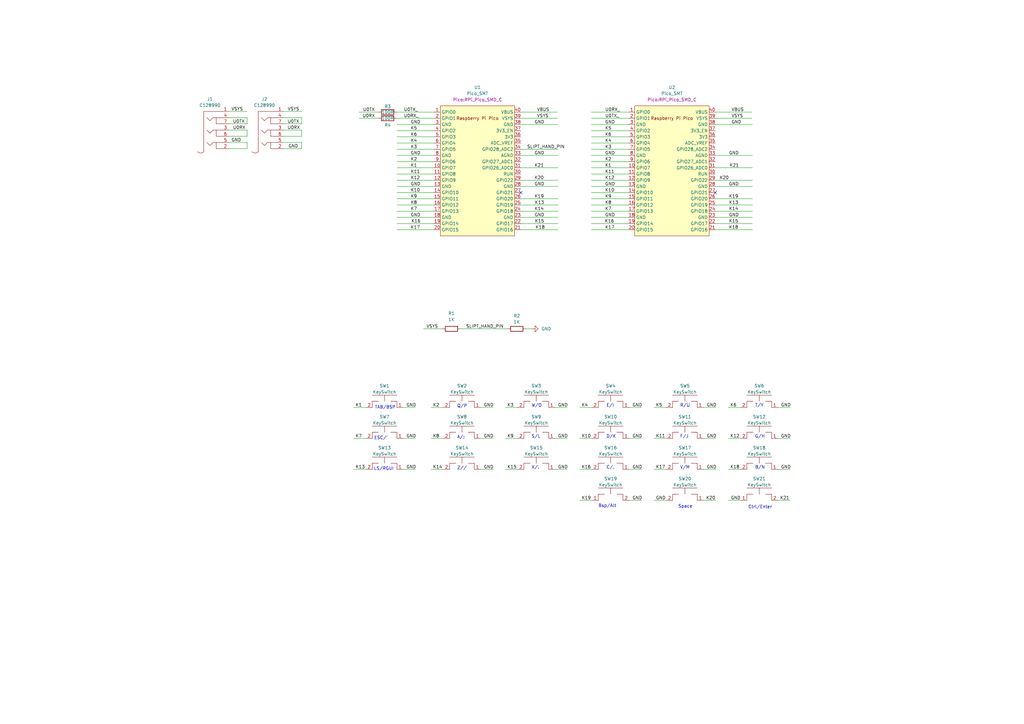
<source format=kicad_sch>
(kicad_sch (version 20230121) (generator eeschema)

  (uuid 9ffab234-2674-4105-9a74-2d31ffb69291)

  (paper "A3")

  (lib_symbols
    (symbol "C128990:C128990" (in_bom yes) (on_board yes)
      (property "Reference" "J" (at 0 1.27 0)
        (effects (font (size 1.27 1.27)))
      )
      (property "Value" "C128990" (at 0 3.81 0)
        (effects (font (size 1.27 1.27)))
      )
      (property "Footprint" "" (at 0 0 0)
        (effects (font (size 1.27 1.27)) hide)
      )
      (property "Datasheet" "" (at 0 0 0)
        (effects (font (size 1.27 1.27)) hide)
      )
      (symbol "C128990_0_1"
        (arc (start -2.54 -16.51) (mid -1.27 -17.0334) (end 0 -16.51)
          (stroke (width 0.1524) (type default))
          (fill (type none))
        )
        (polyline
          (pts
            (xy 0 0)
            (xy 0 -16.51)
          )
          (stroke (width 0.1524) (type default))
          (fill (type none))
        )
        (polyline
          (pts
            (xy 7.62 0)
            (xy 0 0)
          )
          (stroke (width 0.1524) (type default))
          (fill (type none))
        )
        (polyline
          (pts
            (xy 7.62 -15.24)
            (xy 5.08 -15.24)
            (xy 5.08 -12.7)
          )
          (stroke (width 0.1524) (type default))
          (fill (type none))
        )
        (polyline
          (pts
            (xy 7.62 -10.16)
            (xy 5.08 -10.16)
            (xy 5.08 -7.62)
          )
          (stroke (width 0.1524) (type default))
          (fill (type none))
        )
        (polyline
          (pts
            (xy 7.62 -5.08)
            (xy 5.08 -5.08)
            (xy 5.08 -2.54)
          )
          (stroke (width 0.1524) (type default))
          (fill (type none))
        )
        (polyline
          (pts
            (xy 7.62 -12.7)
            (xy 3.81 -12.7)
            (xy 2.54 -13.97)
            (xy 1.27 -12.7)
          )
          (stroke (width 0.1524) (type default))
          (fill (type none))
        )
        (polyline
          (pts
            (xy 7.62 -7.62)
            (xy 3.81 -7.62)
            (xy 2.54 -8.89)
            (xy 1.27 -7.62)
          )
          (stroke (width 0.1524) (type default))
          (fill (type none))
        )
        (polyline
          (pts
            (xy 7.62 -2.54)
            (xy 3.81 -2.54)
            (xy 2.54 -3.81)
            (xy 1.27 -2.54)
          )
          (stroke (width 0.1524) (type default))
          (fill (type none))
        )
      )
      (symbol "C128990_1_1"
        (pin bidirectional line (at 10.16 0 180) (length 2.54)
          (name "" (effects (font (size 1.27 1.27))))
          (number "1" (effects (font (size 1.27 1.27))))
        )
        (pin bidirectional line (at 10.16 -15.24 180) (length 2.54)
          (name "" (effects (font (size 1.27 1.27))))
          (number "2" (effects (font (size 1.27 1.27))))
        )
        (pin bidirectional line (at 10.16 -7.62 180) (length 2.54)
          (name "" (effects (font (size 1.27 1.27))))
          (number "3" (effects (font (size 1.27 1.27))))
        )
        (pin bidirectional line (at 10.16 -2.54 180) (length 2.54)
          (name "" (effects (font (size 1.27 1.27))))
          (number "4" (effects (font (size 1.27 1.27))))
        )
        (pin bidirectional line (at 10.16 -12.7 180) (length 2.54)
          (name "" (effects (font (size 1.27 1.27))))
          (number "5" (effects (font (size 1.27 1.27))))
        )
        (pin bidirectional line (at 10.16 -10.16 180) (length 2.54)
          (name "" (effects (font (size 1.27 1.27))))
          (number "6" (effects (font (size 1.27 1.27))))
        )
        (pin bidirectional line (at 10.16 -5.08 180) (length 2.54)
          (name "" (effects (font (size 1.27 1.27))))
          (number "7" (effects (font (size 1.27 1.27))))
        )
      )
    )
    (symbol "Device:R" (pin_numbers hide) (pin_names (offset 0)) (in_bom yes) (on_board yes)
      (property "Reference" "R" (at 2.032 0 90)
        (effects (font (size 1.27 1.27)))
      )
      (property "Value" "R" (at 0 0 90)
        (effects (font (size 1.27 1.27)))
      )
      (property "Footprint" "" (at -1.778 0 90)
        (effects (font (size 1.27 1.27)) hide)
      )
      (property "Datasheet" "~" (at 0 0 0)
        (effects (font (size 1.27 1.27)) hide)
      )
      (property "ki_keywords" "R res resistor" (at 0 0 0)
        (effects (font (size 1.27 1.27)) hide)
      )
      (property "ki_description" "Resistor" (at 0 0 0)
        (effects (font (size 1.27 1.27)) hide)
      )
      (property "ki_fp_filters" "R_*" (at 0 0 0)
        (effects (font (size 1.27 1.27)) hide)
      )
      (symbol "R_0_1"
        (rectangle (start -1.016 -2.54) (end 1.016 2.54)
          (stroke (width 0.254) (type default))
          (fill (type none))
        )
      )
      (symbol "R_1_1"
        (pin passive line (at 0 3.81 270) (length 1.27)
          (name "~" (effects (font (size 1.27 1.27))))
          (number "1" (effects (font (size 1.27 1.27))))
        )
        (pin passive line (at 0 -3.81 90) (length 1.27)
          (name "~" (effects (font (size 1.27 1.27))))
          (number "2" (effects (font (size 1.27 1.27))))
        )
      )
    )
    (symbol "MCU_RaspberryPi_and_Boards:Pico_SMT" (in_bom yes) (on_board yes)
      (property "Reference" "U" (at -13.97 27.94 0)
        (effects (font (size 1.27 1.27)))
      )
      (property "Value" "Pico_SMT" (at 0 19.05 0)
        (effects (font (size 1.27 1.27)))
      )
      (property "Footprint" "MCU_RaspberryPi_and_Boards:RPi_Pico_SMD" (at 0 0 90)
        (effects (font (size 1.27 1.27)) hide)
      )
      (property "Datasheet" "" (at 0 0 0)
        (effects (font (size 1.27 1.27)) hide)
      )
      (symbol "Pico_SMT_0_0"
        (text "Raspberry Pi Pico" (at 0 21.59 0)
          (effects (font (size 1.27 1.27)))
        )
      )
      (symbol "Pico_SMT_0_1"
        (rectangle (start -15.24 26.67) (end 15.24 -26.67)
          (stroke (width 0) (type default))
          (fill (type background))
        )
      )
      (symbol "Pico_SMT_1_1"
        (pin bidirectional line (at -17.78 24.13 0) (length 2.54)
          (name "GPIO0" (effects (font (size 1.27 1.27))))
          (number "1" (effects (font (size 1.27 1.27))))
        )
        (pin bidirectional line (at -17.78 1.27 0) (length 2.54)
          (name "GPIO7" (effects (font (size 1.27 1.27))))
          (number "10" (effects (font (size 1.27 1.27))))
        )
        (pin bidirectional line (at -17.78 -1.27 0) (length 2.54)
          (name "GPIO8" (effects (font (size 1.27 1.27))))
          (number "11" (effects (font (size 1.27 1.27))))
        )
        (pin bidirectional line (at -17.78 -3.81 0) (length 2.54)
          (name "GPIO9" (effects (font (size 1.27 1.27))))
          (number "12" (effects (font (size 1.27 1.27))))
        )
        (pin power_in line (at -17.78 -6.35 0) (length 2.54)
          (name "GND" (effects (font (size 1.27 1.27))))
          (number "13" (effects (font (size 1.27 1.27))))
        )
        (pin bidirectional line (at -17.78 -8.89 0) (length 2.54)
          (name "GPIO10" (effects (font (size 1.27 1.27))))
          (number "14" (effects (font (size 1.27 1.27))))
        )
        (pin bidirectional line (at -17.78 -11.43 0) (length 2.54)
          (name "GPIO11" (effects (font (size 1.27 1.27))))
          (number "15" (effects (font (size 1.27 1.27))))
        )
        (pin bidirectional line (at -17.78 -13.97 0) (length 2.54)
          (name "GPIO12" (effects (font (size 1.27 1.27))))
          (number "16" (effects (font (size 1.27 1.27))))
        )
        (pin bidirectional line (at -17.78 -16.51 0) (length 2.54)
          (name "GPIO13" (effects (font (size 1.27 1.27))))
          (number "17" (effects (font (size 1.27 1.27))))
        )
        (pin power_in line (at -17.78 -19.05 0) (length 2.54)
          (name "GND" (effects (font (size 1.27 1.27))))
          (number "18" (effects (font (size 1.27 1.27))))
        )
        (pin bidirectional line (at -17.78 -21.59 0) (length 2.54)
          (name "GPIO14" (effects (font (size 1.27 1.27))))
          (number "19" (effects (font (size 1.27 1.27))))
        )
        (pin bidirectional line (at -17.78 21.59 0) (length 2.54)
          (name "GPIO1" (effects (font (size 1.27 1.27))))
          (number "2" (effects (font (size 1.27 1.27))))
        )
        (pin bidirectional line (at -17.78 -24.13 0) (length 2.54)
          (name "GPIO15" (effects (font (size 1.27 1.27))))
          (number "20" (effects (font (size 1.27 1.27))))
        )
        (pin bidirectional line (at 17.78 -24.13 180) (length 2.54)
          (name "GPIO16" (effects (font (size 1.27 1.27))))
          (number "21" (effects (font (size 1.27 1.27))))
        )
        (pin bidirectional line (at 17.78 -21.59 180) (length 2.54)
          (name "GPIO17" (effects (font (size 1.27 1.27))))
          (number "22" (effects (font (size 1.27 1.27))))
        )
        (pin power_in line (at 17.78 -19.05 180) (length 2.54)
          (name "GND" (effects (font (size 1.27 1.27))))
          (number "23" (effects (font (size 1.27 1.27))))
        )
        (pin bidirectional line (at 17.78 -16.51 180) (length 2.54)
          (name "GPIO18" (effects (font (size 1.27 1.27))))
          (number "24" (effects (font (size 1.27 1.27))))
        )
        (pin bidirectional line (at 17.78 -13.97 180) (length 2.54)
          (name "GPIO19" (effects (font (size 1.27 1.27))))
          (number "25" (effects (font (size 1.27 1.27))))
        )
        (pin bidirectional line (at 17.78 -11.43 180) (length 2.54)
          (name "GPIO20" (effects (font (size 1.27 1.27))))
          (number "26" (effects (font (size 1.27 1.27))))
        )
        (pin bidirectional line (at 17.78 -8.89 180) (length 2.54)
          (name "GPIO21" (effects (font (size 1.27 1.27))))
          (number "27" (effects (font (size 1.27 1.27))))
        )
        (pin power_in line (at 17.78 -6.35 180) (length 2.54)
          (name "GND" (effects (font (size 1.27 1.27))))
          (number "28" (effects (font (size 1.27 1.27))))
        )
        (pin bidirectional line (at 17.78 -3.81 180) (length 2.54)
          (name "GPIO22" (effects (font (size 1.27 1.27))))
          (number "29" (effects (font (size 1.27 1.27))))
        )
        (pin power_in line (at -17.78 19.05 0) (length 2.54)
          (name "GND" (effects (font (size 1.27 1.27))))
          (number "3" (effects (font (size 1.27 1.27))))
        )
        (pin input line (at 17.78 -1.27 180) (length 2.54)
          (name "RUN" (effects (font (size 1.27 1.27))))
          (number "30" (effects (font (size 1.27 1.27))))
        )
        (pin bidirectional line (at 17.78 1.27 180) (length 2.54)
          (name "GPIO26_ADC0" (effects (font (size 1.27 1.27))))
          (number "31" (effects (font (size 1.27 1.27))))
        )
        (pin bidirectional line (at 17.78 3.81 180) (length 2.54)
          (name "GPIO27_ADC1" (effects (font (size 1.27 1.27))))
          (number "32" (effects (font (size 1.27 1.27))))
        )
        (pin power_in line (at 17.78 6.35 180) (length 2.54)
          (name "AGND" (effects (font (size 1.27 1.27))))
          (number "33" (effects (font (size 1.27 1.27))))
        )
        (pin bidirectional line (at 17.78 8.89 180) (length 2.54)
          (name "GPIO28_ADC2" (effects (font (size 1.27 1.27))))
          (number "34" (effects (font (size 1.27 1.27))))
        )
        (pin power_in line (at 17.78 11.43 180) (length 2.54)
          (name "ADC_VREF" (effects (font (size 1.27 1.27))))
          (number "35" (effects (font (size 1.27 1.27))))
        )
        (pin power_in line (at 17.78 13.97 180) (length 2.54)
          (name "3V3" (effects (font (size 1.27 1.27))))
          (number "36" (effects (font (size 1.27 1.27))))
        )
        (pin input line (at 17.78 16.51 180) (length 2.54)
          (name "3V3_EN" (effects (font (size 1.27 1.27))))
          (number "37" (effects (font (size 1.27 1.27))))
        )
        (pin bidirectional line (at 17.78 19.05 180) (length 2.54)
          (name "GND" (effects (font (size 1.27 1.27))))
          (number "38" (effects (font (size 1.27 1.27))))
        )
        (pin power_in line (at 17.78 21.59 180) (length 2.54)
          (name "VSYS" (effects (font (size 1.27 1.27))))
          (number "39" (effects (font (size 1.27 1.27))))
        )
        (pin bidirectional line (at -17.78 16.51 0) (length 2.54)
          (name "GPIO2" (effects (font (size 1.27 1.27))))
          (number "4" (effects (font (size 1.27 1.27))))
        )
        (pin power_in line (at 17.78 24.13 180) (length 2.54)
          (name "VBUS" (effects (font (size 1.27 1.27))))
          (number "40" (effects (font (size 1.27 1.27))))
        )
        (pin bidirectional line (at -17.78 13.97 0) (length 2.54)
          (name "GPIO3" (effects (font (size 1.27 1.27))))
          (number "5" (effects (font (size 1.27 1.27))))
        )
        (pin bidirectional line (at -17.78 11.43 0) (length 2.54)
          (name "GPIO4" (effects (font (size 1.27 1.27))))
          (number "6" (effects (font (size 1.27 1.27))))
        )
        (pin bidirectional line (at -17.78 8.89 0) (length 2.54)
          (name "GPIO5" (effects (font (size 1.27 1.27))))
          (number "7" (effects (font (size 1.27 1.27))))
        )
        (pin power_in line (at -17.78 6.35 0) (length 2.54)
          (name "GND" (effects (font (size 1.27 1.27))))
          (number "8" (effects (font (size 1.27 1.27))))
        )
        (pin bidirectional line (at -17.78 3.81 0) (length 2.54)
          (name "GPIO6" (effects (font (size 1.27 1.27))))
          (number "9" (effects (font (size 1.27 1.27))))
        )
      )
    )
    (symbol "Pico_SMT_1" (in_bom yes) (on_board yes)
      (property "Reference" "U" (at -13.97 27.94 0)
        (effects (font (size 1.27 1.27)))
      )
      (property "Value" "Pico_SMT" (at 0 19.05 0)
        (effects (font (size 1.27 1.27)))
      )
      (property "Footprint" "Pico:RPi_Pico_SMD_C" (at 0 0 90)
        (effects (font (size 1.27 1.27)) hide)
      )
      (property "Datasheet" "" (at 0 0 0)
        (effects (font (size 1.27 1.27)) hide)
      )
      (symbol "Pico_SMT_1_0_0"
        (text "Raspberry Pi Pico" (at 0 21.59 0)
          (effects (font (size 1.27 1.27)))
        )
      )
      (symbol "Pico_SMT_1_0_1"
        (rectangle (start -15.24 26.67) (end 15.24 -26.67)
          (stroke (width 0) (type default))
          (fill (type background))
        )
      )
      (symbol "Pico_SMT_1_1_1"
        (pin bidirectional line (at -17.78 24.13 0) (length 2.54)
          (name "GPIO0" (effects (font (size 1.27 1.27))))
          (number "1" (effects (font (size 1.27 1.27))))
        )
        (pin bidirectional line (at -17.78 1.27 0) (length 2.54)
          (name "GPIO7" (effects (font (size 1.27 1.27))))
          (number "10" (effects (font (size 1.27 1.27))))
        )
        (pin bidirectional line (at -17.78 -1.27 0) (length 2.54)
          (name "GPIO8" (effects (font (size 1.27 1.27))))
          (number "11" (effects (font (size 1.27 1.27))))
        )
        (pin bidirectional line (at -17.78 -3.81 0) (length 2.54)
          (name "GPIO9" (effects (font (size 1.27 1.27))))
          (number "12" (effects (font (size 1.27 1.27))))
        )
        (pin power_in line (at -17.78 -6.35 0) (length 2.54)
          (name "GND" (effects (font (size 1.27 1.27))))
          (number "13" (effects (font (size 1.27 1.27))))
        )
        (pin bidirectional line (at -17.78 -8.89 0) (length 2.54)
          (name "GPIO10" (effects (font (size 1.27 1.27))))
          (number "14" (effects (font (size 1.27 1.27))))
        )
        (pin bidirectional line (at -17.78 -11.43 0) (length 2.54)
          (name "GPIO11" (effects (font (size 1.27 1.27))))
          (number "15" (effects (font (size 1.27 1.27))))
        )
        (pin bidirectional line (at -17.78 -13.97 0) (length 2.54)
          (name "GPIO12" (effects (font (size 1.27 1.27))))
          (number "16" (effects (font (size 1.27 1.27))))
        )
        (pin bidirectional line (at -17.78 -16.51 0) (length 2.54)
          (name "GPIO13" (effects (font (size 1.27 1.27))))
          (number "17" (effects (font (size 1.27 1.27))))
        )
        (pin power_in line (at -17.78 -19.05 0) (length 2.54)
          (name "GND" (effects (font (size 1.27 1.27))))
          (number "18" (effects (font (size 1.27 1.27))))
        )
        (pin bidirectional line (at -17.78 -21.59 0) (length 2.54)
          (name "GPIO14" (effects (font (size 1.27 1.27))))
          (number "19" (effects (font (size 1.27 1.27))))
        )
        (pin bidirectional line (at -17.78 21.59 0) (length 2.54)
          (name "GPIO1" (effects (font (size 1.27 1.27))))
          (number "2" (effects (font (size 1.27 1.27))))
        )
        (pin bidirectional line (at -17.78 -24.13 0) (length 2.54)
          (name "GPIO15" (effects (font (size 1.27 1.27))))
          (number "20" (effects (font (size 1.27 1.27))))
        )
        (pin bidirectional line (at 17.78 -24.13 180) (length 2.54)
          (name "GPIO16" (effects (font (size 1.27 1.27))))
          (number "21" (effects (font (size 1.27 1.27))))
        )
        (pin bidirectional line (at 17.78 -21.59 180) (length 2.54)
          (name "GPIO17" (effects (font (size 1.27 1.27))))
          (number "22" (effects (font (size 1.27 1.27))))
        )
        (pin power_in line (at 17.78 -19.05 180) (length 2.54)
          (name "GND" (effects (font (size 1.27 1.27))))
          (number "23" (effects (font (size 1.27 1.27))))
        )
        (pin bidirectional line (at 17.78 -16.51 180) (length 2.54)
          (name "GPIO18" (effects (font (size 1.27 1.27))))
          (number "24" (effects (font (size 1.27 1.27))))
        )
        (pin bidirectional line (at 17.78 -13.97 180) (length 2.54)
          (name "GPIO19" (effects (font (size 1.27 1.27))))
          (number "25" (effects (font (size 1.27 1.27))))
        )
        (pin bidirectional line (at 17.78 -11.43 180) (length 2.54)
          (name "GPIO20" (effects (font (size 1.27 1.27))))
          (number "26" (effects (font (size 1.27 1.27))))
        )
        (pin bidirectional line (at 17.78 -8.89 180) (length 2.54)
          (name "GPIO21" (effects (font (size 1.27 1.27))))
          (number "27" (effects (font (size 1.27 1.27))))
        )
        (pin power_in line (at 17.78 -6.35 180) (length 2.54)
          (name "GND" (effects (font (size 1.27 1.27))))
          (number "28" (effects (font (size 1.27 1.27))))
        )
        (pin bidirectional line (at 17.78 -3.81 180) (length 2.54)
          (name "GPIO22" (effects (font (size 1.27 1.27))))
          (number "29" (effects (font (size 1.27 1.27))))
        )
        (pin power_in line (at -17.78 19.05 0) (length 2.54)
          (name "GND" (effects (font (size 1.27 1.27))))
          (number "3" (effects (font (size 1.27 1.27))))
        )
        (pin input line (at 17.78 -1.27 180) (length 2.54)
          (name "RUN" (effects (font (size 1.27 1.27))))
          (number "30" (effects (font (size 1.27 1.27))))
        )
        (pin bidirectional line (at 17.78 1.27 180) (length 2.54)
          (name "GPIO26_ADC0" (effects (font (size 1.27 1.27))))
          (number "31" (effects (font (size 1.27 1.27))))
        )
        (pin bidirectional line (at 17.78 3.81 180) (length 2.54)
          (name "GPIO27_ADC1" (effects (font (size 1.27 1.27))))
          (number "32" (effects (font (size 1.27 1.27))))
        )
        (pin power_in line (at 17.78 6.35 180) (length 2.54)
          (name "AGND" (effects (font (size 1.27 1.27))))
          (number "33" (effects (font (size 1.27 1.27))))
        )
        (pin bidirectional line (at 17.78 8.89 180) (length 2.54)
          (name "GPIO28_ADC2" (effects (font (size 1.27 1.27))))
          (number "34" (effects (font (size 1.27 1.27))))
        )
        (pin power_in line (at 17.78 11.43 180) (length 2.54)
          (name "ADC_VREF" (effects (font (size 1.27 1.27))))
          (number "35" (effects (font (size 1.27 1.27))))
        )
        (pin power_in line (at 17.78 13.97 180) (length 2.54)
          (name "3V3" (effects (font (size 1.27 1.27))))
          (number "36" (effects (font (size 1.27 1.27))))
        )
        (pin input line (at 17.78 16.51 180) (length 2.54)
          (name "3V3_EN" (effects (font (size 1.27 1.27))))
          (number "37" (effects (font (size 1.27 1.27))))
        )
        (pin bidirectional line (at 17.78 19.05 180) (length 2.54)
          (name "GND" (effects (font (size 1.27 1.27))))
          (number "38" (effects (font (size 1.27 1.27))))
        )
        (pin power_in line (at 17.78 21.59 180) (length 2.54)
          (name "VSYS" (effects (font (size 1.27 1.27))))
          (number "39" (effects (font (size 1.27 1.27))))
        )
        (pin bidirectional line (at -17.78 16.51 0) (length 2.54)
          (name "GPIO2" (effects (font (size 1.27 1.27))))
          (number "4" (effects (font (size 1.27 1.27))))
        )
        (pin power_in line (at 17.78 24.13 180) (length 2.54)
          (name "VBUS" (effects (font (size 1.27 1.27))))
          (number "40" (effects (font (size 1.27 1.27))))
        )
        (pin bidirectional line (at -17.78 13.97 0) (length 2.54)
          (name "GPIO3" (effects (font (size 1.27 1.27))))
          (number "5" (effects (font (size 1.27 1.27))))
        )
        (pin bidirectional line (at -17.78 11.43 0) (length 2.54)
          (name "GPIO4" (effects (font (size 1.27 1.27))))
          (number "6" (effects (font (size 1.27 1.27))))
        )
        (pin bidirectional line (at -17.78 8.89 0) (length 2.54)
          (name "GPIO5" (effects (font (size 1.27 1.27))))
          (number "7" (effects (font (size 1.27 1.27))))
        )
        (pin power_in line (at -17.78 6.35 0) (length 2.54)
          (name "GND" (effects (font (size 1.27 1.27))))
          (number "8" (effects (font (size 1.27 1.27))))
        )
        (pin bidirectional line (at -17.78 3.81 0) (length 2.54)
          (name "GPIO6" (effects (font (size 1.27 1.27))))
          (number "9" (effects (font (size 1.27 1.27))))
        )
      )
    )
    (symbol "gateron:SW_Hotswap_Kailh_Choc_V1_Rev" (in_bom yes) (on_board yes)
      (property "Reference" "SW" (at 0 0 0)
        (effects (font (size 1.27 1.27)))
      )
      (property "Value" "SW_Hotswap_Kailh_Choc_V1_Rev" (at 0 2.032 0)
        (effects (font (size 1.27 1.27)))
      )
      (property "Footprint" "" (at 0 0 0)
        (effects (font (size 1.27 1.27)) hide)
      )
      (property "Datasheet" "" (at 0 0 0)
        (effects (font (size 1.27 1.27)) hide)
      )
      (symbol "SW_Hotswap_Kailh_Choc_V1_Rev_0_1"
        (polyline
          (pts
            (xy -5.08 -2.54)
            (xy 5.08 -2.54)
          )
          (stroke (width 0.1524) (type default))
          (fill (type none))
        )
        (polyline
          (pts
            (xy 0 -2.54)
            (xy 0 -5.08)
          )
          (stroke (width 0.1524) (type default))
          (fill (type none))
        )
        (polyline
          (pts
            (xy -5.08 -7.62)
            (xy -5.08 -5.08)
            (xy -2.54 -5.08)
          )
          (stroke (width 0.1524) (type default))
          (fill (type none))
        )
        (polyline
          (pts
            (xy 2.54 -5.08)
            (xy 5.08 -5.08)
            (xy 5.08 -7.62)
          )
          (stroke (width 0.1524) (type default))
          (fill (type none))
        )
      )
      (symbol "SW_Hotswap_Kailh_Choc_V1_Rev_1_1"
        (pin bidirectional line (at -7.62 -7.62 0) (length 2.54)
          (name "" (effects (font (size 1.27 1.27))))
          (number "1" (effects (font (size 1.27 1.27))))
        )
        (pin bidirectional line (at 7.62 -7.62 180) (length 2.54)
          (name "" (effects (font (size 1.27 1.27))))
          (number "2" (effects (font (size 1.27 1.27))))
        )
      )
    )
    (symbol "power:GND" (power) (pin_names (offset 0)) (in_bom yes) (on_board yes)
      (property "Reference" "#PWR" (at 0 -6.35 0)
        (effects (font (size 1.27 1.27)) hide)
      )
      (property "Value" "GND" (at 0 -3.81 0)
        (effects (font (size 1.27 1.27)))
      )
      (property "Footprint" "" (at 0 0 0)
        (effects (font (size 1.27 1.27)) hide)
      )
      (property "Datasheet" "" (at 0 0 0)
        (effects (font (size 1.27 1.27)) hide)
      )
      (property "ki_keywords" "global power" (at 0 0 0)
        (effects (font (size 1.27 1.27)) hide)
      )
      (property "ki_description" "Power symbol creates a global label with name \"GND\" , ground" (at 0 0 0)
        (effects (font (size 1.27 1.27)) hide)
      )
      (symbol "GND_0_1"
        (polyline
          (pts
            (xy 0 0)
            (xy 0 -1.27)
            (xy 1.27 -1.27)
            (xy 0 -2.54)
            (xy -1.27 -1.27)
            (xy 0 -1.27)
          )
          (stroke (width 0) (type default))
          (fill (type none))
        )
      )
      (symbol "GND_1_1"
        (pin power_in line (at 0 0 270) (length 0) hide
          (name "GND" (effects (font (size 1.27 1.27))))
          (number "1" (effects (font (size 1.27 1.27))))
        )
      )
    )
  )


  (no_connect (at 293.37 78.994) (uuid 686efc18-90f3-4f55-878b-ed9ac8c288cf))
  (no_connect (at 213.614 78.994) (uuid ac769f7b-0546-4893-9723-532606a0fa8c))

  (wire (pts (xy 162.814 81.534) (xy 178.054 81.534))
    (stroke (width 0) (type default))
    (uuid 010c5a6d-062e-4969-b966-81cff07c7642)
  )
  (wire (pts (xy 319.024 192.532) (xy 324.104 192.532))
    (stroke (width 0) (type default))
    (uuid 06485719-56ad-4f1f-ba9f-9c85af621e93)
  )
  (wire (pts (xy 237.744 167.132) (xy 242.824 167.132))
    (stroke (width 0) (type default))
    (uuid 088a7622-d28b-4613-894a-e5d6201ed7a9)
  )
  (wire (pts (xy 213.614 45.974) (xy 228.6 45.974))
    (stroke (width 0) (type default))
    (uuid 0a62a813-f036-4976-97ca-b7767e7ba2e4)
  )
  (wire (pts (xy 242.57 73.914) (xy 257.81 73.914))
    (stroke (width 0) (type default))
    (uuid 0c137411-8355-45ea-a661-edcb8175b495)
  )
  (wire (pts (xy 123.698 55.88) (xy 116.078 55.88))
    (stroke (width 0) (type default))
    (uuid 0c76f763-7501-4d13-bdec-bdc7d37b4496)
  )
  (wire (pts (xy 207.264 192.532) (xy 212.344 192.532))
    (stroke (width 0) (type default))
    (uuid 0d40cbd2-2c77-4f65-ab58-d278e6586ce7)
  )
  (wire (pts (xy 293.37 51.054) (xy 308.61 51.054))
    (stroke (width 0) (type default))
    (uuid 13390c9a-5c5a-4dc9-8769-22bb6f72c2d5)
  )
  (wire (pts (xy 176.784 192.532) (xy 181.864 192.532))
    (stroke (width 0) (type default))
    (uuid 1604b5b5-3d2e-47e9-978a-00d5f9c786a6)
  )
  (wire (pts (xy 116.078 53.34) (xy 123.698 53.34))
    (stroke (width 0) (type default))
    (uuid 19c08911-eb32-4b9f-9bae-a0f5ad10061e)
  )
  (wire (pts (xy 237.744 192.532) (xy 242.824 192.532))
    (stroke (width 0) (type default))
    (uuid 1a0e78f7-1ecb-4a4d-9a55-8e7ee353776c)
  )
  (wire (pts (xy 242.57 53.594) (xy 257.81 53.594))
    (stroke (width 0) (type default))
    (uuid 1e0f3777-7363-43c2-a136-6398add0b031)
  )
  (wire (pts (xy 213.614 86.614) (xy 228.854 86.614))
    (stroke (width 0) (type default))
    (uuid 1eb92cab-9c7c-4ce9-9302-e03bc9a5491b)
  )
  (wire (pts (xy 227.584 192.532) (xy 232.664 192.532))
    (stroke (width 0) (type default))
    (uuid 1ffd9079-497d-4dbb-b6a9-a55be6ec8d66)
  )
  (wire (pts (xy 213.614 48.514) (xy 228.6 48.514))
    (stroke (width 0) (type default))
    (uuid 20361616-84f5-4eaa-8af2-95aca8f3b2e9)
  )
  (wire (pts (xy 101.346 58.42) (xy 101.346 60.96))
    (stroke (width 0) (type default))
    (uuid 2111a2c8-c576-4b40-a140-4481e67d3f09)
  )
  (wire (pts (xy 258.064 205.232) (xy 263.144 205.232))
    (stroke (width 0) (type default))
    (uuid 21e37fe2-13c6-4cd9-bb75-2b4b3a278bd8)
  )
  (wire (pts (xy 242.57 89.154) (xy 257.81 89.154))
    (stroke (width 0) (type default))
    (uuid 22a0a3ff-8b3e-4d63-a2ca-bcfeaa44919b)
  )
  (wire (pts (xy 213.614 68.834) (xy 228.854 68.834))
    (stroke (width 0) (type default))
    (uuid 22a49547-eaee-4834-a4b6-1c641d9cc4a9)
  )
  (wire (pts (xy 298.704 179.832) (xy 303.784 179.832))
    (stroke (width 0) (type default))
    (uuid 242878eb-2a1c-4413-9e66-950ae748d260)
  )
  (wire (pts (xy 258.064 167.132) (xy 263.144 167.132))
    (stroke (width 0) (type default))
    (uuid 2f1d365a-3eab-4f32-a953-22f9cddef5e5)
  )
  (wire (pts (xy 215.773 134.874) (xy 218.186 134.874))
    (stroke (width 0) (type default))
    (uuid 311a0334-aaa5-4da5-874b-4baa2d455b9a)
  )
  (wire (pts (xy 258.064 192.532) (xy 263.144 192.532))
    (stroke (width 0) (type default))
    (uuid 36d20027-7215-432c-8bd4-71a810a28793)
  )
  (wire (pts (xy 176.784 179.832) (xy 181.864 179.832))
    (stroke (width 0) (type default))
    (uuid 379b0452-b9cd-4c74-a9ee-506b6964ff7f)
  )
  (wire (pts (xy 242.57 71.374) (xy 257.81 71.374))
    (stroke (width 0) (type default))
    (uuid 37ffe526-6cd3-4529-97b2-1b5b55eba343)
  )
  (wire (pts (xy 293.37 63.754) (xy 308.61 63.754))
    (stroke (width 0) (type default))
    (uuid 3c18d469-8101-4685-9448-ba6505547210)
  )
  (wire (pts (xy 162.814 61.214) (xy 178.054 61.214))
    (stroke (width 0) (type default))
    (uuid 3dbe608f-c82f-42d8-9f65-eb753facc079)
  )
  (wire (pts (xy 213.614 84.074) (xy 228.854 84.074))
    (stroke (width 0) (type default))
    (uuid 3f522800-7f95-434e-844b-3086f04a09c3)
  )
  (wire (pts (xy 213.614 73.914) (xy 228.854 73.914))
    (stroke (width 0) (type default))
    (uuid 3fdfe117-4cc7-475d-a0e0-cbdd21b80ec5)
  )
  (wire (pts (xy 197.104 167.132) (xy 202.184 167.132))
    (stroke (width 0) (type default))
    (uuid 40201435-ab45-461f-b7c0-67eaf6fda7ff)
  )
  (wire (pts (xy 165.354 192.532) (xy 170.434 192.532))
    (stroke (width 0) (type default))
    (uuid 42cfa9f8-1f91-421a-bb18-bf0e6e34a87f)
  )
  (wire (pts (xy 197.104 179.832) (xy 202.184 179.832))
    (stroke (width 0) (type default))
    (uuid 43aee048-553b-412c-8d71-7ca36bd9c6cd)
  )
  (wire (pts (xy 237.744 205.232) (xy 242.824 205.232))
    (stroke (width 0) (type default))
    (uuid 45afcea7-ca97-48cf-956b-2e6e2e2f2654)
  )
  (wire (pts (xy 242.57 94.234) (xy 257.81 94.234))
    (stroke (width 0) (type default))
    (uuid 47a68143-04cf-4856-9dd4-5961b3fafaf2)
  )
  (wire (pts (xy 162.814 51.054) (xy 178.054 51.054))
    (stroke (width 0) (type default))
    (uuid 4e2758c9-da0b-4630-bab9-92eea81c13e7)
  )
  (wire (pts (xy 145.034 167.132) (xy 150.114 167.132))
    (stroke (width 0) (type default))
    (uuid 53740911-d52b-454d-a7b2-1e9f08bf570e)
  )
  (wire (pts (xy 293.37 86.614) (xy 308.61 86.614))
    (stroke (width 0) (type default))
    (uuid 56b18130-850e-4a05-9406-3dea1eb49f4c)
  )
  (wire (pts (xy 123.698 48.26) (xy 123.698 50.8))
    (stroke (width 0) (type default))
    (uuid 57cec1f5-d5fe-4bc8-8f1e-8354127fb452)
  )
  (wire (pts (xy 162.814 73.914) (xy 178.054 73.914))
    (stroke (width 0) (type default))
    (uuid 57f7c5ff-4fe7-48f2-97d4-274e082711b4)
  )
  (wire (pts (xy 162.814 89.154) (xy 178.054 89.154))
    (stroke (width 0) (type default))
    (uuid 5b857a97-971b-4479-a0bc-089cbb72d9cd)
  )
  (wire (pts (xy 123.698 50.8) (xy 116.078 50.8))
    (stroke (width 0) (type default))
    (uuid 5e3c604e-9afb-4f92-a9b7-c3ced0d87ce2)
  )
  (wire (pts (xy 207.264 167.132) (xy 212.344 167.132))
    (stroke (width 0) (type default))
    (uuid 5ede0b11-1604-41f5-a72a-8cdc33d3204b)
  )
  (wire (pts (xy 93.726 58.42) (xy 101.346 58.42))
    (stroke (width 0) (type default))
    (uuid 61506e3e-0ac4-4d88-b5c7-0e2a022b6f50)
  )
  (wire (pts (xy 293.37 76.454) (xy 308.61 76.454))
    (stroke (width 0) (type default))
    (uuid 643fd7bd-a560-48dd-90b6-a48fbcb46927)
  )
  (wire (pts (xy 293.37 84.074) (xy 308.61 84.074))
    (stroke (width 0) (type default))
    (uuid 66a3ca7d-72c2-4693-b319-257cd92dda95)
  )
  (wire (pts (xy 268.224 179.832) (xy 273.304 179.832))
    (stroke (width 0) (type default))
    (uuid 67cd461a-2b03-4630-8e32-44bdbb8cf8d2)
  )
  (wire (pts (xy 227.584 167.132) (xy 232.664 167.132))
    (stroke (width 0) (type default))
    (uuid 6a595b07-6148-487c-a204-cc5e8e290faf)
  )
  (wire (pts (xy 293.37 89.154) (xy 308.61 89.154))
    (stroke (width 0) (type default))
    (uuid 6a662d6b-012c-498f-bad1-c016078a988d)
  )
  (wire (pts (xy 197.104 192.532) (xy 202.184 192.532))
    (stroke (width 0) (type default))
    (uuid 6ce3b93b-ce67-460a-8d50-c6977277c299)
  )
  (wire (pts (xy 258.064 179.832) (xy 263.144 179.832))
    (stroke (width 0) (type default))
    (uuid 6de71e57-6e57-4f21-a5b0-be554c5967ed)
  )
  (wire (pts (xy 288.544 167.132) (xy 293.624 167.132))
    (stroke (width 0) (type default))
    (uuid 6ff6e4e4-1c98-41a1-889f-f2b20204667b)
  )
  (wire (pts (xy 293.37 73.914) (xy 308.61 73.914))
    (stroke (width 0) (type default))
    (uuid 722e33ae-9871-4b2d-995a-a3b98a45fb4c)
  )
  (wire (pts (xy 101.346 53.34) (xy 101.346 55.88))
    (stroke (width 0) (type default))
    (uuid 737a979a-90b6-49bf-8edf-e6c77eac9269)
  )
  (wire (pts (xy 162.814 53.594) (xy 178.054 53.594))
    (stroke (width 0) (type default))
    (uuid 76aa729e-d824-4f24-bd85-9048c7ba3a55)
  )
  (wire (pts (xy 242.57 91.694) (xy 257.81 91.694))
    (stroke (width 0) (type default))
    (uuid 784d97c8-74a9-44a0-a994-28bc2d2f4413)
  )
  (wire (pts (xy 93.726 53.34) (xy 101.346 53.34))
    (stroke (width 0) (type default))
    (uuid 7b285560-6af3-40b4-b834-a8facdd3f101)
  )
  (wire (pts (xy 173.736 134.874) (xy 181.356 134.874))
    (stroke (width 0) (type default))
    (uuid 7ee31b50-b600-410e-a373-9fafad31d6a2)
  )
  (wire (pts (xy 162.814 66.294) (xy 178.054 66.294))
    (stroke (width 0) (type default))
    (uuid 7f8a06f4-e153-406e-b75b-2fba0c45af8f)
  )
  (wire (pts (xy 162.814 86.614) (xy 178.054 86.614))
    (stroke (width 0) (type default))
    (uuid 810e94bf-8e3d-4720-a8a9-0a309a8a6bda)
  )
  (wire (pts (xy 162.814 56.134) (xy 178.054 56.134))
    (stroke (width 0) (type default))
    (uuid 81ad1af4-44b2-44b3-9868-2e5ff90bbb3e)
  )
  (wire (pts (xy 162.814 58.674) (xy 178.054 58.674))
    (stroke (width 0) (type default))
    (uuid 84becd79-2398-40ab-b60e-a37c57731e59)
  )
  (wire (pts (xy 293.37 91.694) (xy 308.61 91.694))
    (stroke (width 0) (type default))
    (uuid 856ea29a-740e-42bd-9309-f18872d97757)
  )
  (wire (pts (xy 162.814 91.694) (xy 178.054 91.694))
    (stroke (width 0) (type default))
    (uuid 85a1095f-e46b-4729-b64b-fceff4d6ae91)
  )
  (wire (pts (xy 319.024 179.832) (xy 324.104 179.832))
    (stroke (width 0) (type default))
    (uuid 85ef49ae-86da-4009-b278-2a121faa393f)
  )
  (wire (pts (xy 319.024 167.132) (xy 324.104 167.132))
    (stroke (width 0) (type default))
    (uuid 8b07e52f-9728-460f-9258-efb32a55f059)
  )
  (wire (pts (xy 165.354 167.132) (xy 170.434 167.132))
    (stroke (width 0) (type default))
    (uuid 8b11fa2d-d14e-4f67-ab46-2bb0e98af7c2)
  )
  (wire (pts (xy 116.078 48.26) (xy 123.698 48.26))
    (stroke (width 0) (type default))
    (uuid 8bcd1c50-d742-4ad2-bc0a-2fabe3c3d29c)
  )
  (wire (pts (xy 293.37 81.534) (xy 308.61 81.534))
    (stroke (width 0) (type default))
    (uuid 8e09407d-d644-482b-b41b-03dfe944595f)
  )
  (wire (pts (xy 145.034 192.532) (xy 150.114 192.532))
    (stroke (width 0) (type default))
    (uuid 9328708d-23c8-4b7d-a443-0b3e1009b4c3)
  )
  (wire (pts (xy 93.726 48.26) (xy 101.346 48.26))
    (stroke (width 0) (type default))
    (uuid 96688022-9763-4390-845a-661e3dff2bc2)
  )
  (wire (pts (xy 242.57 61.214) (xy 257.81 61.214))
    (stroke (width 0) (type default))
    (uuid 96945e14-e6f1-45f5-ae3a-55ce3116c07c)
  )
  (wire (pts (xy 213.614 94.234) (xy 228.854 94.234))
    (stroke (width 0) (type default))
    (uuid 9c33ebec-0af6-486b-b40a-c887d8eabe75)
  )
  (wire (pts (xy 242.57 78.994) (xy 257.81 78.994))
    (stroke (width 0) (type default))
    (uuid a2702934-d84b-471b-9697-c7852f550e45)
  )
  (wire (pts (xy 242.57 66.294) (xy 257.81 66.294))
    (stroke (width 0) (type default))
    (uuid a3a4c849-ba25-46ce-b6f6-4d92e2090f49)
  )
  (wire (pts (xy 288.544 192.532) (xy 293.624 192.532))
    (stroke (width 0) (type default))
    (uuid a4a842a3-ca05-4113-bffa-439cef07342b)
  )
  (wire (pts (xy 298.704 192.532) (xy 303.784 192.532))
    (stroke (width 0) (type default))
    (uuid a4ce181e-6011-47a8-90b3-231104364c6f)
  )
  (wire (pts (xy 298.704 205.232) (xy 303.784 205.232))
    (stroke (width 0) (type default))
    (uuid a602a94a-9447-4a71-a83f-9dfdcdaca45f)
  )
  (wire (pts (xy 213.614 89.154) (xy 228.854 89.154))
    (stroke (width 0) (type default))
    (uuid a8ea15b9-d3c1-4a02-b48f-730706bdfc32)
  )
  (wire (pts (xy 213.614 81.534) (xy 228.854 81.534))
    (stroke (width 0) (type default))
    (uuid aaad82a8-1840-45a9-8946-2155c4cc16bf)
  )
  (wire (pts (xy 213.614 76.454) (xy 228.854 76.454))
    (stroke (width 0) (type default))
    (uuid acfdfe7f-d144-406b-a52d-6fe65fbc6d3e)
  )
  (wire (pts (xy 237.744 179.832) (xy 242.824 179.832))
    (stroke (width 0) (type default))
    (uuid adf3c01c-b74b-4ee8-9a48-3acc54024fda)
  )
  (wire (pts (xy 162.814 78.994) (xy 178.054 78.994))
    (stroke (width 0) (type default))
    (uuid b0a1e409-00cb-41b8-95bc-1d61ff2a4de2)
  )
  (wire (pts (xy 268.224 192.532) (xy 273.304 192.532))
    (stroke (width 0) (type default))
    (uuid b13b9edd-a431-4e1f-bb95-1e35af022a67)
  )
  (wire (pts (xy 288.544 205.232) (xy 293.624 205.232))
    (stroke (width 0) (type default))
    (uuid b1c52623-188e-4ed0-a01b-efc786a29a01)
  )
  (wire (pts (xy 319.024 205.232) (xy 324.104 205.232))
    (stroke (width 0) (type default))
    (uuid b240a674-e4b2-4297-b441-4c3efcee2253)
  )
  (wire (pts (xy 101.346 50.8) (xy 93.726 50.8))
    (stroke (width 0) (type default))
    (uuid b7280120-3022-4747-b403-d479eadca616)
  )
  (wire (pts (xy 207.264 179.832) (xy 212.344 179.832))
    (stroke (width 0) (type default))
    (uuid b7c14641-0e66-4551-b43b-cdc7adb1e70f)
  )
  (wire (pts (xy 145.034 179.832) (xy 150.114 179.832))
    (stroke (width 0) (type default))
    (uuid b94ad6fc-a98d-431b-9aca-2c2de612e568)
  )
  (wire (pts (xy 242.57 68.834) (xy 257.81 68.834))
    (stroke (width 0) (type default))
    (uuid bc2b17ca-a8fa-428a-9672-f126fa84f4d5)
  )
  (wire (pts (xy 213.614 61.214) (xy 228.854 61.214))
    (stroke (width 0) (type default))
    (uuid bfa6015f-4d8d-4641-960a-1b6caea28bab)
  )
  (wire (pts (xy 162.814 84.074) (xy 178.054 84.074))
    (stroke (width 0) (type default))
    (uuid c7666c2e-4efb-443f-a2ec-5dcf7155abec)
  )
  (wire (pts (xy 162.814 68.834) (xy 178.054 68.834))
    (stroke (width 0) (type default))
    (uuid c7c45398-dea5-4ee9-86f9-3270b9352407)
  )
  (wire (pts (xy 176.784 167.132) (xy 181.864 167.132))
    (stroke (width 0) (type default))
    (uuid ca1d1485-7f1c-4b3e-b66f-be3197650b47)
  )
  (wire (pts (xy 288.544 179.832) (xy 293.624 179.832))
    (stroke (width 0) (type default))
    (uuid caff83e0-80b6-4280-9f4a-716dc9fc2f3c)
  )
  (wire (pts (xy 227.584 179.832) (xy 232.664 179.832))
    (stroke (width 0) (type default))
    (uuid cb21731c-488f-4e86-9f7c-5888f613e2f9)
  )
  (wire (pts (xy 123.698 53.34) (xy 123.698 55.88))
    (stroke (width 0) (type default))
    (uuid cd324fe2-2495-4135-97a0-4476fafb12a1)
  )
  (wire (pts (xy 293.37 68.834) (xy 308.61 68.834))
    (stroke (width 0) (type default))
    (uuid d4227068-2c0c-4700-8bc5-921e955d5b2a)
  )
  (wire (pts (xy 242.57 86.614) (xy 257.81 86.614))
    (stroke (width 0) (type default))
    (uuid d4bb1883-0dcb-46d8-91eb-8b7f993ed946)
  )
  (wire (pts (xy 162.814 63.754) (xy 178.054 63.754))
    (stroke (width 0) (type default))
    (uuid d5093943-cc9f-4c5e-8954-e4dc3dcb0a5c)
  )
  (wire (pts (xy 162.814 45.974) (xy 178.054 45.974))
    (stroke (width 0) (type default))
    (uuid d52c151a-54bd-4357-b81c-595fa0e26275)
  )
  (wire (pts (xy 293.37 94.234) (xy 308.61 94.234))
    (stroke (width 0) (type default))
    (uuid d6496665-949a-4a42-b52b-f425cf2366c8)
  )
  (wire (pts (xy 242.57 76.454) (xy 257.81 76.454))
    (stroke (width 0) (type default))
    (uuid d64e01dc-5243-42cc-9f65-22f697c084a1)
  )
  (wire (pts (xy 147.32 48.514) (xy 155.194 48.514))
    (stroke (width 0) (type default))
    (uuid d87bc9c6-f05f-44b5-87d7-e8ce6463166b)
  )
  (wire (pts (xy 242.57 58.674) (xy 257.81 58.674))
    (stroke (width 0) (type default))
    (uuid da491700-0757-4dd3-9c90-7a8bc488d160)
  )
  (wire (pts (xy 242.57 56.134) (xy 257.81 56.134))
    (stroke (width 0) (type default))
    (uuid db224244-f9d3-4c84-91d2-2830359b6a92)
  )
  (wire (pts (xy 213.614 63.754) (xy 228.854 63.754))
    (stroke (width 0) (type default))
    (uuid e0587835-d622-409a-93f6-469fbdf114f5)
  )
  (wire (pts (xy 162.814 48.514) (xy 178.054 48.514))
    (stroke (width 0) (type default))
    (uuid e0cb047e-c0fd-4353-a598-c5d63a2ae82d)
  )
  (wire (pts (xy 268.224 205.232) (xy 273.304 205.232))
    (stroke (width 0) (type default))
    (uuid e15653e3-317b-4ea5-9f83-40a71a5e4854)
  )
  (wire (pts (xy 242.57 51.054) (xy 257.81 51.054))
    (stroke (width 0) (type default))
    (uuid e3c0fa4f-7f47-4b1b-ab9c-0761177e8267)
  )
  (wire (pts (xy 188.976 134.874) (xy 208.153 134.874))
    (stroke (width 0) (type default))
    (uuid e4e73ef3-5d0a-41f5-be64-8eba488538e1)
  )
  (wire (pts (xy 147.32 45.974) (xy 155.194 45.974))
    (stroke (width 0) (type default))
    (uuid e6167f33-322c-42fb-8754-27a5afc1f365)
  )
  (wire (pts (xy 242.57 81.534) (xy 257.81 81.534))
    (stroke (width 0) (type default))
    (uuid e6f21a7d-a40c-4095-91c5-6d15c6447fc2)
  )
  (wire (pts (xy 162.814 76.454) (xy 178.054 76.454))
    (stroke (width 0) (type default))
    (uuid eaf018aa-88bb-4eed-8f26-5a5c1fc5365c)
  )
  (wire (pts (xy 123.698 58.42) (xy 123.698 60.96))
    (stroke (width 0) (type default))
    (uuid ec5c5fbd-a5e7-44b4-a681-7eaede5ff05e)
  )
  (wire (pts (xy 101.346 60.96) (xy 93.726 60.96))
    (stroke (width 0) (type default))
    (uuid ec9c05a0-ab8d-476b-8625-04a41b4919de)
  )
  (wire (pts (xy 293.37 48.514) (xy 308.356 48.514))
    (stroke (width 0) (type default))
    (uuid ef75acd0-d6b9-4662-a4c6-1d0ec0fa39e6)
  )
  (wire (pts (xy 242.57 63.754) (xy 257.81 63.754))
    (stroke (width 0) (type default))
    (uuid ef795997-b732-474a-8356-b7b54ce9a03c)
  )
  (wire (pts (xy 162.814 94.234) (xy 178.054 94.234))
    (stroke (width 0) (type default))
    (uuid efb16220-4c01-4cec-9d1a-7f173835852f)
  )
  (wire (pts (xy 116.078 58.42) (xy 123.698 58.42))
    (stroke (width 0) (type default))
    (uuid f0121f57-3b0c-4600-ba3f-5058eb59df7e)
  )
  (wire (pts (xy 101.346 48.26) (xy 101.346 50.8))
    (stroke (width 0) (type default))
    (uuid f0fe841b-e416-439a-843e-e4563f287c23)
  )
  (wire (pts (xy 242.57 84.074) (xy 257.81 84.074))
    (stroke (width 0) (type default))
    (uuid f1f61250-0a36-412b-a5b6-da784656f87e)
  )
  (wire (pts (xy 93.726 45.72) (xy 101.346 45.72))
    (stroke (width 0) (type default))
    (uuid f31d83fc-e72d-46e1-b44b-0d7c555575f4)
  )
  (wire (pts (xy 101.346 55.88) (xy 93.726 55.88))
    (stroke (width 0) (type default))
    (uuid f652c2d0-0510-4199-86c4-98935d9c255c)
  )
  (wire (pts (xy 268.224 167.132) (xy 273.304 167.132))
    (stroke (width 0) (type default))
    (uuid f6ae6a50-3996-4450-851f-11ebb3110de4)
  )
  (wire (pts (xy 165.354 179.832) (xy 170.434 179.832))
    (stroke (width 0) (type default))
    (uuid f8d09b91-78d8-4e2e-a4f8-c446e193be8f)
  )
  (wire (pts (xy 242.57 45.974) (xy 257.81 45.974))
    (stroke (width 0) (type default))
    (uuid fa7f5bcc-e051-40cb-b8be-b7a89266ed80)
  )
  (wire (pts (xy 116.078 45.72) (xy 123.698 45.72))
    (stroke (width 0) (type default))
    (uuid fb8134f2-7f1f-463c-bde5-f805aac6bf6b)
  )
  (wire (pts (xy 293.37 45.974) (xy 308.356 45.974))
    (stroke (width 0) (type default))
    (uuid fbf8d5ae-7a9b-4e66-a69b-42ec1971c796)
  )
  (wire (pts (xy 242.57 48.514) (xy 257.81 48.514))
    (stroke (width 0) (type default))
    (uuid fc3a6a16-0877-493a-ad26-c2a73568f075)
  )
  (wire (pts (xy 123.698 60.96) (xy 116.078 60.96))
    (stroke (width 0) (type default))
    (uuid fdcf9da4-6f88-4ce9-b892-bcd675e15650)
  )
  (wire (pts (xy 162.814 71.374) (xy 178.054 71.374))
    (stroke (width 0) (type default))
    (uuid fe5d63bc-51c2-45bf-a535-2ecc5f330fbe)
  )
  (wire (pts (xy 213.614 51.054) (xy 228.854 51.054))
    (stroke (width 0) (type default))
    (uuid fe7256d8-21db-411d-a947-d23367922dca)
  )
  (wire (pts (xy 298.704 167.132) (xy 303.784 167.132))
    (stroke (width 0) (type default))
    (uuid fec4102a-8b67-476a-8cbf-746ee162b33f)
  )
  (wire (pts (xy 213.614 91.694) (xy 228.854 91.694))
    (stroke (width 0) (type default))
    (uuid ff4b3f32-37c8-43f2-bda4-9cf00758ba65)
  )

  (text "G/H" (at 309.626 179.832 0)
    (effects (font (size 1.27 1.27)) (justify left bottom))
    (uuid 0eda6dc3-7921-4109-b92d-3b768be9b20f)
  )
  (text "E/I" (at 248.666 167.132 0)
    (effects (font (size 1.27 1.27)) (justify left bottom))
    (uuid 131eb6c4-67d9-470b-b3ac-df65ab0c8159)
  )
  (text "Bsp/Alt" (at 245.364 208.28 0)
    (effects (font (size 1.27 1.27)) (justify left bottom))
    (uuid 177956da-ce1b-421c-a064-051b339a2de0)
  )
  (text "D/K" (at 248.666 179.832 0)
    (effects (font (size 1.27 1.27)) (justify left bottom))
    (uuid 2752c918-3855-45a4-8bdf-d377de85574e)
  )
  (text "Z//" (at 187.452 192.786 0)
    (effects (font (size 1.27 1.27)) (justify left bottom))
    (uuid 31eefe97-c1aa-48bf-8633-39954c3635c9)
  )
  (text "C/," (at 248.666 192.532 0)
    (effects (font (size 1.27 1.27)) (justify left bottom))
    (uuid 38728251-9ad3-46e0-866e-3580ed79c719)
  )
  (text "W/O" (at 217.932 167.132 0)
    (effects (font (size 1.27 1.27)) (justify left bottom))
    (uuid 43408d2d-dbb3-48a3-8e50-fa8746327a6d)
  )
  (text "F/J" (at 278.892 179.832 0)
    (effects (font (size 1.27 1.27)) (justify left bottom))
    (uuid 524266db-616c-48e4-b78f-e9a6b727ab39)
  )
  (text "ESC/'" (at 153.416 180.467 0)
    (effects (font (size 1.27 1.27)) (justify left bottom))
    (uuid 6d390ff6-824c-4dc6-b522-fc862cc33bc1)
  )
  (text "Space" (at 278.13 208.534 0)
    (effects (font (size 1.27 1.27)) (justify left bottom))
    (uuid 7ea31e36-7f13-496c-a4f5-dc47da491d37)
  )
  (text "R/U" (at 278.892 167.132 0)
    (effects (font (size 1.27 1.27)) (justify left bottom))
    (uuid 830012bd-14d9-4c4a-9a99-348a0340bb10)
  )
  (text "Q/P" (at 187.452 167.386 0)
    (effects (font (size 1.27 1.27)) (justify left bottom))
    (uuid 837c2010-745d-4c19-94cc-53c3e507661e)
  )
  (text "Ctrl/Enter" (at 306.832 208.788 0)
    (effects (font (size 1.27 1.27)) (justify left bottom))
    (uuid 985099a2-c4e9-47f7-b3c7-fa81340a0d10)
  )
  (text "V/M" (at 278.892 192.532 0)
    (effects (font (size 1.27 1.27)) (justify left bottom))
    (uuid a846235b-3dce-4192-924f-e794df89fe6a)
  )
  (text "S/L" (at 217.932 179.832 0)
    (effects (font (size 1.27 1.27)) (justify left bottom))
    (uuid acb3fd15-4908-4920-972f-09e83c697eab)
  )
  (text "X/." (at 217.932 192.532 0)
    (effects (font (size 1.27 1.27)) (justify left bottom))
    (uuid c04b08c5-888e-4463-bbf3-08977389575b)
  )
  (text "B/N" (at 309.626 192.532 0)
    (effects (font (size 1.27 1.27)) (justify left bottom))
    (uuid c6e7950f-007a-4a93-90be-935c47bf0451)
  )
  (text "LS/RGUI" (at 153.289 193.04 0)
    (effects (font (size 1.27 1.27)) (justify left bottom))
    (uuid e38a63b3-733e-4bc9-a6a8-4e1e3e6813ad)
  )
  (text "T/Y" (at 309.626 167.132 0)
    (effects (font (size 1.27 1.27)) (justify left bottom))
    (uuid e9b11762-7d4b-4454-88ba-97824b72c665)
  )
  (text "A/;" (at 187.452 180.086 0)
    (effects (font (size 1.27 1.27)) (justify left bottom))
    (uuid f8543c49-ae2d-4d75-9ba4-bffdcb0f689b)
  )
  (text "TAB/BSP" (at 153.67 167.894 0)
    (effects (font (size 1.27 1.27)) (justify left bottom))
    (uuid ffc35990-edc7-4d0f-82ce-27ca1ec08c32)
  )

  (label "K14" (at 219.202 86.614 0) (fields_autoplaced)
    (effects (font (size 1.27 1.27)) (justify left bottom))
    (uuid 008471b9-2ad5-44e5-b4dd-bdcf53a8f61f)
  )
  (label "GND" (at 289.814 167.132 0) (fields_autoplaced)
    (effects (font (size 1.27 1.27)) (justify left bottom))
    (uuid 0301fd9a-6d95-41bc-a089-1d967a121cbf)
  )
  (label "K7" (at 168.402 86.614 0) (fields_autoplaced)
    (effects (font (size 1.27 1.27)) (justify left bottom))
    (uuid 04a892db-84f2-4e70-833f-32e49ff64b33)
  )
  (label "K15" (at 219.329 91.694 0) (fields_autoplaced)
    (effects (font (size 1.27 1.27)) (justify left bottom))
    (uuid 0743b982-412e-492e-834f-92e6ffaeb34a)
  )
  (label "K16" (at 248.031 91.694 0) (fields_autoplaced)
    (effects (font (size 1.27 1.27)) (justify left bottom))
    (uuid 08a122bd-0a8e-413a-9f40-3976f4b14bd9)
  )
  (label "K16" (at 168.656 91.694 0) (fields_autoplaced)
    (effects (font (size 1.27 1.27)) (justify left bottom))
    (uuid 08f7dd20-edb4-4ca1-9bd9-bb8f39d313d4)
  )
  (label "K3" (at 208.026 167.132 0) (fields_autoplaced)
    (effects (font (size 1.27 1.27)) (justify left bottom))
    (uuid 0b501a62-dbfd-4f54-8253-d4d6ba5595d6)
  )
  (label "U0RX" (at 148.59 48.514 0) (fields_autoplaced)
    (effects (font (size 1.27 1.27)) (justify left bottom))
    (uuid 0fca68ec-e588-464e-87ee-69d3f7add156)
  )
  (label "K21" (at 299.212 68.834 0) (fields_autoplaced)
    (effects (font (size 1.27 1.27)) (justify left bottom))
    (uuid 12826d37-1cd7-450a-abc7-1dcda003afee)
  )
  (label "GND" (at 268.986 205.232 0) (fields_autoplaced)
    (effects (font (size 1.27 1.27)) (justify left bottom))
    (uuid 1319eb1c-be23-43a5-8fb5-ebe75267a16f)
  )
  (label "K18" (at 219.583 94.234 0) (fields_autoplaced)
    (effects (font (size 1.27 1.27)) (justify left bottom))
    (uuid 150a0426-cc18-4f67-ba27-a2e0f78bb92a)
  )
  (label "K21" (at 219.202 68.834 0) (fields_autoplaced)
    (effects (font (size 1.27 1.27)) (justify left bottom))
    (uuid 1553cdd5-0979-4d21-b698-08b8231ed2ca)
  )
  (label "K3" (at 168.402 61.214 0) (fields_autoplaced)
    (effects (font (size 1.27 1.27)) (justify left bottom))
    (uuid 16bc60c2-718c-44b1-90ae-a6c3f8ce1988)
  )
  (label "K17" (at 248.158 94.234 0) (fields_autoplaced)
    (effects (font (size 1.27 1.27)) (justify left bottom))
    (uuid 17161afc-2b00-4a1b-8875-333e0b900a63)
  )
  (label "GND" (at 259.334 167.132 0) (fields_autoplaced)
    (effects (font (size 1.27 1.27)) (justify left bottom))
    (uuid 18e25a59-dd86-4f53-8e5a-1338e29828f9)
  )
  (label "U0TX" (at 148.844 45.974 0) (fields_autoplaced)
    (effects (font (size 1.27 1.27)) (justify left bottom))
    (uuid 1c8fa15a-c06a-4594-9e79-6471f8c0207a)
  )
  (label "U0RX_" (at 248.158 45.974 0) (fields_autoplaced)
    (effects (font (size 1.27 1.27)) (justify left bottom))
    (uuid 1e367d2d-0fd9-4297-a196-95a5a18a99bf)
  )
  (label "GND" (at 94.869 58.42 0) (fields_autoplaced)
    (effects (font (size 1.27 1.27)) (justify left bottom))
    (uuid 22bb60e2-a6eb-4f56-8cdd-5bf334bd144b)
  )
  (label "GND" (at 198.374 167.132 0) (fields_autoplaced)
    (effects (font (size 1.27 1.27)) (justify left bottom))
    (uuid 28179600-0bfe-4c70-a345-b45dbe5f749b)
  )
  (label "K10" (at 168.402 78.994 0) (fields_autoplaced)
    (effects (font (size 1.27 1.27)) (justify left bottom))
    (uuid 2a53c0aa-53a0-489a-940d-bd9ec7573574)
  )
  (label "GND" (at 298.958 63.754 0) (fields_autoplaced)
    (effects (font (size 1.27 1.27)) (justify left bottom))
    (uuid 2e05787c-ae87-40b3-8502-f4a6f4c5c1c7)
  )
  (label "K15" (at 208.026 192.532 0) (fields_autoplaced)
    (effects (font (size 1.27 1.27)) (justify left bottom))
    (uuid 2f478320-69a1-4d4c-a06e-667f844e6d20)
  )
  (label "K6" (at 248.158 56.134 0) (fields_autoplaced)
    (effects (font (size 1.27 1.27)) (justify left bottom))
    (uuid 30b3c327-8506-4e8b-92fe-bfc7b3efa0c2)
  )
  (label "K21" (at 319.913 205.232 0) (fields_autoplaced)
    (effects (font (size 1.27 1.27)) (justify left bottom))
    (uuid 314d388b-35fe-44e5-977e-f59f00431c58)
  )
  (label "GND" (at 248.158 63.754 0) (fields_autoplaced)
    (effects (font (size 1.27 1.27)) (justify left bottom))
    (uuid 327ca7ea-26de-488c-b8b3-127639b2c87f)
  )
  (label "K1" (at 145.796 167.132 0) (fields_autoplaced)
    (effects (font (size 1.27 1.27)) (justify left bottom))
    (uuid 329a2f9a-8f72-4293-a342-b3b42a3d201c)
  )
  (label "K4" (at 238.506 167.132 0) (fields_autoplaced)
    (effects (font (size 1.27 1.27)) (justify left bottom))
    (uuid 368eed11-9c8e-4fa8-9b4f-811fc62c9309)
  )
  (label "GND" (at 166.624 179.832 0) (fields_autoplaced)
    (effects (font (size 1.27 1.27)) (justify left bottom))
    (uuid 3726cbde-8412-4565-8768-ff30c7235018)
  )
  (label "K8" (at 177.546 179.832 0) (fields_autoplaced)
    (effects (font (size 1.27 1.27)) (justify left bottom))
    (uuid 3db2cf41-5a2b-4c71-a7a7-eca91e94e831)
  )
  (label "GND" (at 320.294 179.832 0) (fields_autoplaced)
    (effects (font (size 1.27 1.27)) (justify left bottom))
    (uuid 3ed24ec0-42d2-4ca1-a9cb-5057bfba9f0e)
  )
  (label "K7" (at 145.796 179.832 0) (fields_autoplaced)
    (effects (font (size 1.27 1.27)) (justify left bottom))
    (uuid 3f10e384-863b-47a3-ad2a-e48a2635f557)
  )
  (label "K17" (at 168.402 94.234 0) (fields_autoplaced)
    (effects (font (size 1.27 1.27)) (justify left bottom))
    (uuid 40f2c857-c58c-482a-9a17-3bbfb4c03511)
  )
  (label "GND" (at 198.374 179.832 0) (fields_autoplaced)
    (effects (font (size 1.27 1.27)) (justify left bottom))
    (uuid 42451116-e4d0-44ed-b252-037d2007c513)
  )
  (label "K6" (at 168.402 56.134 0) (fields_autoplaced)
    (effects (font (size 1.27 1.27)) (justify left bottom))
    (uuid 42ae2a07-f653-4b1a-9138-e800ddc2b2bc)
  )
  (label "GND" (at 298.958 76.454 0) (fields_autoplaced)
    (effects (font (size 1.27 1.27)) (justify left bottom))
    (uuid 42d00836-7ba1-4795-bc1b-d61e1230ec89)
  )
  (label "K8" (at 248.158 84.074 0) (fields_autoplaced)
    (effects (font (size 1.27 1.27)) (justify left bottom))
    (uuid 43e6cea2-db4f-4e54-9616-4370aaa289b8)
  )
  (label "K19" (at 219.202 81.534 0) (fields_autoplaced)
    (effects (font (size 1.27 1.27)) (justify left bottom))
    (uuid 443dbc59-fca8-4ac3-bd74-ba45774d5de7)
  )
  (label "GND" (at 248.158 89.154 0) (fields_autoplaced)
    (effects (font (size 1.27 1.27)) (justify left bottom))
    (uuid 448ba5be-575b-4275-9d36-ac83d6f59e09)
  )
  (label "K13" (at 145.796 192.532 0) (fields_autoplaced)
    (effects (font (size 1.27 1.27)) (justify left bottom))
    (uuid 4939b3a5-22b1-40ba-bfb9-17a8a5c4724e)
  )
  (label "GND" (at 289.814 192.532 0) (fields_autoplaced)
    (effects (font (size 1.27 1.27)) (justify left bottom))
    (uuid 4c867679-2dfd-40ec-8fb5-b1d5d02ab54a)
  )
  (label "K20" (at 298.958 73.914 180) (fields_autoplaced)
    (effects (font (size 1.27 1.27)) (justify right bottom))
    (uuid 4e1cd49f-51ce-45b9-a2a8-3c59e50a5358)
  )
  (label "GND" (at 219.202 51.054 0) (fields_autoplaced)
    (effects (font (size 1.27 1.27)) (justify left bottom))
    (uuid 4fc876ca-12bd-4df6-9937-a7f9c0408ace)
  )
  (label "GND" (at 166.624 192.532 0) (fields_autoplaced)
    (effects (font (size 1.27 1.27)) (justify left bottom))
    (uuid 50bae1ec-78c3-4f8b-a31b-795ba86aa9d2)
  )
  (label "GND" (at 168.402 51.054 0) (fields_autoplaced)
    (effects (font (size 1.27 1.27)) (justify left bottom))
    (uuid 50c53131-6587-487a-86f6-ae8e721c92cf)
  )
  (label "K13" (at 298.958 84.074 0) (fields_autoplaced)
    (effects (font (size 1.27 1.27)) (justify left bottom))
    (uuid 51ce8d8d-7bf9-4139-8abb-be2683af0995)
  )
  (label "U0TX_" (at 248.158 48.514 0) (fields_autoplaced)
    (effects (font (size 1.27 1.27)) (justify left bottom))
    (uuid 59a047bf-367a-4a57-babd-8d60ad4356fe)
  )
  (label "U0TX" (at 117.856 50.8 0) (fields_autoplaced)
    (effects (font (size 1.27 1.27)) (justify left bottom))
    (uuid 5c3bf0c2-2059-4d43-876c-ed1f67036241)
  )
  (label "GND" (at 168.402 63.754 0) (fields_autoplaced)
    (effects (font (size 1.27 1.27)) (justify left bottom))
    (uuid 5f9bc979-cdbd-4ccb-ba4b-865c8724ee65)
  )
  (label "K15" (at 298.958 91.694 0) (fields_autoplaced)
    (effects (font (size 1.27 1.27)) (justify left bottom))
    (uuid 5fb8ddf1-f571-43fe-a2e9-12f9d68dc284)
  )
  (label "K9" (at 248.158 81.534 0) (fields_autoplaced)
    (effects (font (size 1.27 1.27)) (justify left bottom))
    (uuid 60329f7d-6e8f-49be-a0c1-1527d68fb251)
  )
  (label "K9" (at 208.026 179.832 0) (fields_autoplaced)
    (effects (font (size 1.27 1.27)) (justify left bottom))
    (uuid 6116f44a-e1c3-4caa-bf8c-dec0d8cc65f7)
  )
  (label "GND" (at 299.974 51.054 0) (fields_autoplaced)
    (effects (font (size 1.27 1.27)) (justify left bottom))
    (uuid 62dacd5c-6b24-402b-a542-38caa6fa72e3)
  )
  (label "K12" (at 299.466 179.832 0) (fields_autoplaced)
    (effects (font (size 1.27 1.27)) (justify left bottom))
    (uuid 6622b140-b4f9-4465-ad77-21492ad305c1)
  )
  (label "K17" (at 268.986 192.532 0) (fields_autoplaced)
    (effects (font (size 1.27 1.27)) (justify left bottom))
    (uuid 6897c3e9-8207-4b8b-aa5b-9bf3b2b2cd1c)
  )
  (label "VBUS" (at 220.218 45.974 0) (fields_autoplaced)
    (effects (font (size 1.27 1.27)) (justify left bottom))
    (uuid 691d50d6-9737-45a6-9567-df4eb8366afa)
  )
  (label "GND" (at 228.854 167.132 0) (fields_autoplaced)
    (effects (font (size 1.27 1.27)) (justify left bottom))
    (uuid 699510fb-7685-41c5-a395-941ee197a18c)
  )
  (label "K12" (at 248.158 73.914 0) (fields_autoplaced)
    (effects (font (size 1.27 1.27)) (justify left bottom))
    (uuid 6a399118-cfc5-498c-bd38-2f992c68cc0a)
  )
  (label "K9" (at 168.402 81.534 0) (fields_autoplaced)
    (effects (font (size 1.27 1.27)) (justify left bottom))
    (uuid 6bdd3d2e-387f-48b0-a1e8-c472b59a8f34)
  )
  (label "K14" (at 298.958 86.614 0) (fields_autoplaced)
    (effects (font (size 1.27 1.27)) (justify left bottom))
    (uuid 6c10a2e2-acfd-452b-8ff2-ee6168cf97dd)
  )
  (label "K2" (at 177.546 167.132 0) (fields_autoplaced)
    (effects (font (size 1.27 1.27)) (justify left bottom))
    (uuid 6e47c234-1d18-413a-a107-c7f26def6421)
  )
  (label "K20" (at 289.56 205.232 0) (fields_autoplaced)
    (effects (font (size 1.27 1.27)) (justify left bottom))
    (uuid 716ae2c6-6fb7-4dce-a96c-2dd06c17109a)
  )
  (label "VSYS" (at 94.869 45.72 0) (fields_autoplaced)
    (effects (font (size 1.27 1.27)) (justify left bottom))
    (uuid 71828dfd-11dc-42fe-bb8d-68e39ae2b588)
  )
  (label "GND" (at 320.294 167.132 0) (fields_autoplaced)
    (effects (font (size 1.27 1.27)) (justify left bottom))
    (uuid 71a6b63a-a6a2-400e-a7fd-1f5bb7270c28)
  )
  (label "K11" (at 248.158 71.374 0) (fields_autoplaced)
    (effects (font (size 1.27 1.27)) (justify left bottom))
    (uuid 7346c6e2-3096-4f73-b98f-fc1d16556425)
  )
  (label "VSYS" (at 220.218 48.514 0) (fields_autoplaced)
    (effects (font (size 1.27 1.27)) (justify left bottom))
    (uuid 805a253a-7e54-4f80-9f02-c2dde7ccb14e)
  )
  (label "GND" (at 299.72 205.232 0) (fields_autoplaced)
    (effects (font (size 1.27 1.27)) (justify left bottom))
    (uuid 89c273f4-7652-45d7-8cd6-b67139708c22)
  )
  (label "GND" (at 259.334 205.232 0) (fields_autoplaced)
    (effects (font (size 1.27 1.27)) (justify left bottom))
    (uuid 89c5db55-1d3c-4a59-bddf-1a2a11bd186b)
  )
  (label "GND" (at 248.158 51.054 0) (fields_autoplaced)
    (effects (font (size 1.27 1.27)) (justify left bottom))
    (uuid 8b7d9330-ddec-4395-8434-72a4c3b3b435)
  )
  (label "GND" (at 168.402 89.154 0) (fields_autoplaced)
    (effects (font (size 1.27 1.27)) (justify left bottom))
    (uuid 8bf56db4-6e25-45d1-8177-88ee37ed8722)
  )
  (label "GND" (at 228.854 192.532 0) (fields_autoplaced)
    (effects (font (size 1.27 1.27)) (justify left bottom))
    (uuid 8d8a09c2-6be3-4099-8e30-687758e94b52)
  )
  (label "SLIPT_HAND_PIN" (at 191.135 134.874 0) (fields_autoplaced)
    (effects (font (size 1.27 1.27)) (justify left bottom))
    (uuid 934f64ec-9d46-4da4-8107-e1f3c0333c7c)
  )
  (label "K2" (at 248.158 66.294 0) (fields_autoplaced)
    (effects (font (size 1.27 1.27)) (justify left bottom))
    (uuid 93b0c182-9a59-41de-bb5e-dc0e3a55d37c)
  )
  (label "GND" (at 298.958 89.154 0) (fields_autoplaced)
    (effects (font (size 1.27 1.27)) (justify left bottom))
    (uuid 93e20558-edec-4788-8dc1-15a618fb2e51)
  )
  (label "K19" (at 298.958 81.534 0) (fields_autoplaced)
    (effects (font (size 1.27 1.27)) (justify left bottom))
    (uuid 981cc890-c41e-4501-8d4d-3759514c1647)
  )
  (label "K18" (at 298.958 94.234 0) (fields_autoplaced)
    (effects (font (size 1.27 1.27)) (justify left bottom))
    (uuid 989b4ab3-7b24-40e6-ac4f-a217af26e063)
  )
  (label "GND" (at 289.814 179.832 0) (fields_autoplaced)
    (effects (font (size 1.27 1.27)) (justify left bottom))
    (uuid 9b595f09-dcaf-425d-a61e-8553533bc8ab)
  )
  (label "K12" (at 168.402 73.914 0) (fields_autoplaced)
    (effects (font (size 1.27 1.27)) (justify left bottom))
    (uuid 9c197cc3-b763-4bd7-af1f-4beadf4859a4)
  )
  (label "K11" (at 168.402 71.374 0) (fields_autoplaced)
    (effects (font (size 1.27 1.27)) (justify left bottom))
    (uuid 9d350315-caa9-491f-bdb7-e1b66ade9290)
  )
  (label "GND" (at 259.334 179.832 0) (fields_autoplaced)
    (effects (font (size 1.27 1.27)) (justify left bottom))
    (uuid 9e808a38-475a-48e4-9c3f-0b52e6557916)
  )
  (label "U0TX" (at 95.504 50.8 0) (fields_autoplaced)
    (effects (font (size 1.27 1.27)) (justify left bottom))
    (uuid a04bf59a-e16b-4c4a-955c-7ab6dc766725)
  )
  (label "SLIPT_HAND_PIN" (at 216.154 61.214 0) (fields_autoplaced)
    (effects (font (size 1.27 1.27)) (justify left bottom))
    (uuid a0dcae92-ccc8-41cd-8342-3f0532be5a08)
  )
  (label "VBUS" (at 299.974 45.974 0) (fields_autoplaced)
    (effects (font (size 1.27 1.27)) (justify left bottom))
    (uuid a19e108e-37ea-4be1-8211-a36cd599a902)
  )
  (label "K14" (at 177.546 192.532 0) (fields_autoplaced)
    (effects (font (size 1.27 1.27)) (justify left bottom))
    (uuid a1d99c51-8a60-4098-b757-0da3590255f5)
  )
  (label "GND" (at 259.334 192.532 0) (fields_autoplaced)
    (effects (font (size 1.27 1.27)) (justify left bottom))
    (uuid a3b7a50b-8075-4619-aa49-c69443e8c89b)
  )
  (label "K10" (at 248.158 78.994 0) (fields_autoplaced)
    (effects (font (size 1.27 1.27)) (justify left bottom))
    (uuid a8390860-9dd3-456a-9d07-0f7c0f49222a)
  )
  (label "K4" (at 168.402 58.674 0) (fields_autoplaced)
    (effects (font (size 1.27 1.27)) (justify left bottom))
    (uuid a86f1ce6-98e3-42fd-9f7a-faf71d8256e4)
  )
  (label "GND" (at 118.237 60.96 0) (fields_autoplaced)
    (effects (font (size 1.27 1.27)) (justify left bottom))
    (uuid accc7139-c498-4ad0-9009-43e9d694c5ec)
  )
  (label "VSYS" (at 117.983 45.72 0) (fields_autoplaced)
    (effects (font (size 1.27 1.27)) (justify left bottom))
    (uuid b073e456-b04b-44ce-872f-7a75cc6f114c)
  )
  (label "K5" (at 268.986 167.132 0) (fields_autoplaced)
    (effects (font (size 1.27 1.27)) (justify left bottom))
    (uuid b56995ae-5abf-4e6a-acf0-d6cbbe7d3d0e)
  )
  (label "K11" (at 268.986 179.832 0) (fields_autoplaced)
    (effects (font (size 1.27 1.27)) (justify left bottom))
    (uuid b672753f-c2ba-4c22-a651-7b66807e3d19)
  )
  (label "GND" (at 219.202 63.754 0) (fields_autoplaced)
    (effects (font (size 1.27 1.27)) (justify left bottom))
    (uuid baad6205-b409-4007-b4bd-2b0418f511e0)
  )
  (label "K13" (at 219.329 84.074 0) (fields_autoplaced)
    (effects (font (size 1.27 1.27)) (justify left bottom))
    (uuid beae8d35-63ec-4f1d-b3c3-ffdadad518b1)
  )
  (label "K7" (at 248.158 86.614 0) (fields_autoplaced)
    (effects (font (size 1.27 1.27)) (justify left bottom))
    (uuid c01b65e9-7dab-460a-bcaf-13bc2924ab2f)
  )
  (label "GND" (at 228.854 179.832 0) (fields_autoplaced)
    (effects (font (size 1.27 1.27)) (justify left bottom))
    (uuid c2a5861d-fe60-4d58-9de6-8ad9b96954d2)
  )
  (label "GND" (at 219.202 76.454 0) (fields_autoplaced)
    (effects (font (size 1.27 1.27)) (justify left bottom))
    (uuid c862cb83-ab90-4380-a5bb-1a365ce4af4d)
  )
  (label "K4" (at 248.158 58.674 0) (fields_autoplaced)
    (effects (font (size 1.27 1.27)) (justify left bottom))
    (uuid ca1e866e-44cc-4dfa-9b8a-62b17e9b5594)
  )
  (label "U0RX" (at 117.856 53.34 0) (fields_autoplaced)
    (effects (font (size 1.27 1.27)) (justify left bottom))
    (uuid ca437abc-c75f-4b46-9933-13c4d42be79a)
  )
  (label "K18" (at 299.466 192.532 0) (fields_autoplaced)
    (effects (font (size 1.27 1.27)) (justify left bottom))
    (uuid cf3cf1c2-1826-438b-888f-ca828f339a8c)
  )
  (label "K10" (at 238.506 179.832 0) (fields_autoplaced)
    (effects (font (size 1.27 1.27)) (justify left bottom))
    (uuid cfba2186-16d1-4bb1-a1b1-287a5c3d25e8)
  )
  (label "K1" (at 248.158 68.834 0) (fields_autoplaced)
    (effects (font (size 1.27 1.27)) (justify left bottom))
    (uuid cfdfe251-2072-411a-960d-8fdc6d4a149e)
  )
  (label "GND" (at 248.158 76.454 0) (fields_autoplaced)
    (effects (font (size 1.27 1.27)) (justify left bottom))
    (uuid d2a1e92b-8826-4dde-ba2e-c44bc35f82dc)
  )
  (label "K20" (at 219.202 73.914 0) (fields_autoplaced)
    (effects (font (size 1.27 1.27)) (justify left bottom))
    (uuid d803cd31-b770-401d-8daf-d948a6b8886d)
  )
  (label "GND" (at 219.202 89.154 0) (fields_autoplaced)
    (effects (font (size 1.27 1.27)) (justify left bottom))
    (uuid d8e0ac6a-2af5-416c-a78c-a1cc567ede3f)
  )
  (label "K5" (at 248.158 53.594 0) (fields_autoplaced)
    (effects (font (size 1.27 1.27)) (justify left bottom))
    (uuid db8435e3-daf2-4dfa-ae83-c5635393d0b6)
  )
  (label "VSYS" (at 299.974 48.514 0) (fields_autoplaced)
    (effects (font (size 1.27 1.27)) (justify left bottom))
    (uuid dbe72ee7-8cec-4003-9019-2f677e30aec1)
  )
  (label "GND" (at 198.374 192.532 0) (fields_autoplaced)
    (effects (font (size 1.27 1.27)) (justify left bottom))
    (uuid dc8c0c0c-761d-460c-ba19-bb505ec5d6f8)
  )
  (label "VSYS" (at 174.879 134.874 0) (fields_autoplaced)
    (effects (font (size 1.27 1.27)) (justify left bottom))
    (uuid ddd0fe1c-aa6a-4c32-8e8d-c99c01dde720)
  )
  (label "GND" (at 320.294 192.532 0) (fields_autoplaced)
    (effects (font (size 1.27 1.27)) (justify left bottom))
    (uuid ddd85bec-adf0-4861-b297-a426f17069e2)
  )
  (label "U0RX" (at 95.504 53.34 0) (fields_autoplaced)
    (effects (font (size 1.27 1.27)) (justify left bottom))
    (uuid dfd71302-a243-499d-b333-70301b462d2b)
  )
  (label "K16" (at 238.506 192.532 0) (fields_autoplaced)
    (effects (font (size 1.27 1.27)) (justify left bottom))
    (uuid e171c0d6-af3e-49c8-9663-d744536df278)
  )
  (label "GND" (at 166.624 167.132 0) (fields_autoplaced)
    (effects (font (size 1.27 1.27)) (justify left bottom))
    (uuid e2e4f412-5c54-4c66-8a66-075f479c22e7)
  )
  (label "GND" (at 168.402 76.454 0) (fields_autoplaced)
    (effects (font (size 1.27 1.27)) (justify left bottom))
    (uuid e2f778c5-abe2-4432-91ca-27a8078c6372)
  )
  (label "K5" (at 168.402 53.594 0) (fields_autoplaced)
    (effects (font (size 1.27 1.27)) (justify left bottom))
    (uuid e36b9884-e670-47e4-8e22-fd05f488cc20)
  )
  (label "K19" (at 238.506 205.232 0) (fields_autoplaced)
    (effects (font (size 1.27 1.27)) (justify left bottom))
    (uuid e515210f-63d2-4e1a-8cb7-b7e3eefb4770)
  )
  (label "U0TX_" (at 165.608 45.974 0) (fields_autoplaced)
    (effects (font (size 1.27 1.27)) (justify left bottom))
    (uuid e54da305-f69b-4ba8-9ade-81177a585f69)
  )
  (label "K2" (at 168.402 66.294 0) (fields_autoplaced)
    (effects (font (size 1.27 1.27)) (justify left bottom))
    (uuid e71e7e77-cf86-4790-995a-304f3ec40f89)
  )
  (label "K3" (at 248.158 61.214 0) (fields_autoplaced)
    (effects (font (size 1.27 1.27)) (justify left bottom))
    (uuid e8631024-d71b-4a30-b260-8b8ad6583473)
  )
  (label "K6" (at 299.466 167.132 0) (fields_autoplaced)
    (effects (font (size 1.27 1.27)) (justify left bottom))
    (uuid ea8b0c23-53a7-4446-ad42-a2db2038a89a)
  )
  (label "K8" (at 168.402 84.074 0) (fields_autoplaced)
    (effects (font (size 1.27 1.27)) (justify left bottom))
    (uuid f039c1cb-0cc4-4aab-9d51-93035985f482)
  )
  (label "K1" (at 168.402 68.834 0) (fields_autoplaced)
    (effects (font (size 1.27 1.27)) (justify left bottom))
    (uuid f2f6cd72-9431-489b-8e04-c89f4ac28387)
  )
  (label "U0RX_" (at 165.608 48.514 0) (fields_autoplaced)
    (effects (font (size 1.27 1.27)) (justify left bottom))
    (uuid fc01e19c-5b78-41b2-8d92-fb442b52b562)
  )

  (symbol (lib_id "gateron:SW_Hotswap_Kailh_Choc_V1_Rev") (at 189.484 159.512 0) (mirror y) (unit 1)
    (in_bom yes) (on_board yes) (dnp no)
    (uuid 04967712-fb3a-4cc8-84be-83188dab9231)
    (property "Reference" "SW2" (at 189.484 158.242 0)
      (effects (font (size 1.27 1.27)))
    )
    (property "Value" "KeySwitch" (at 189.484 160.782 0)
      (effects (font (size 1.27 1.27)))
    )
    (property "Footprint" "switch:SW_Hotswap_Kailh_Choc_V1_MX_COMBO" (at 189.484 159.512 0)
      (effects (font (size 1.27 1.27)) hide)
    )
    (property "Datasheet" "" (at 189.484 159.512 0)
      (effects (font (size 1.27 1.27)) hide)
    )
    (pin "1" (uuid c46b3465-eb4d-415e-9a12-d21afbaccfe9))
    (pin "2" (uuid ff4e053d-eb7a-48e0-ae18-50ccb839a313))
    (instances
      (project "unnamed"
        (path "/9ffab234-2674-4105-9a74-2d31ffb69291"
          (reference "SW2") (unit 1)
        )
      )
    )
  )

  (symbol (lib_id "Device:R") (at 159.004 45.974 90) (unit 1)
    (in_bom yes) (on_board yes) (dnp no)
    (uuid 04f2ce0d-9a25-42d2-99d7-e7ec31050c59)
    (property "Reference" "R3" (at 159.004 43.688 90)
      (effects (font (size 1.27 1.27)))
    )
    (property "Value" "100R" (at 159.004 45.974 90)
      (effects (font (size 1.27 1.27)))
    )
    (property "Footprint" "Resistor_SMD:R_0805_2012Metric_Pad1.20x1.40mm_HandSolder" (at 159.004 47.752 90)
      (effects (font (size 1.27 1.27)) hide)
    )
    (property "Datasheet" "~" (at 159.004 45.974 0)
      (effects (font (size 1.27 1.27)) hide)
    )
    (pin "1" (uuid 7766d984-69bf-476c-8ee5-0e3f30f43714))
    (pin "2" (uuid ccacdbc4-3fc4-471e-9104-ac3f003f2815))
    (instances
      (project "unnamed"
        (path "/9ffab234-2674-4105-9a74-2d31ffb69291"
          (reference "R3") (unit 1)
        )
      )
    )
  )

  (symbol (lib_id "gateron:SW_Hotswap_Kailh_Choc_V1_Rev") (at 311.404 197.612 0) (unit 1)
    (in_bom yes) (on_board yes) (dnp no)
    (uuid 053ca19d-4f2d-42b5-89ba-6834e0c41d22)
    (property "Reference" "SW21" (at 311.404 196.342 0)
      (effects (font (size 1.27 1.27)))
    )
    (property "Value" "KeySwitch" (at 311.404 198.882 0)
      (effects (font (size 1.27 1.27)))
    )
    (property "Footprint" "switch:SW_Hotswap_Kailh_Choc_V1_MX_COMBO" (at 311.404 197.612 0)
      (effects (font (size 1.27 1.27)) hide)
    )
    (property "Datasheet" "" (at 311.404 197.612 0)
      (effects (font (size 1.27 1.27)) hide)
    )
    (pin "1" (uuid bb850dcf-4486-43fb-b787-676d9122eba8))
    (pin "2" (uuid 2821f814-81fc-41b0-b305-322effd03274))
    (instances
      (project "unnamed"
        (path "/9ffab234-2674-4105-9a74-2d31ffb69291"
          (reference "SW21") (unit 1)
        )
      )
    )
  )

  (symbol (lib_id "gateron:SW_Hotswap_Kailh_Choc_V1_Rev") (at 311.404 184.912 0) (mirror y) (unit 1)
    (in_bom yes) (on_board yes) (dnp no)
    (uuid 0c15be4b-8a5d-4a70-a13e-8b4253b94b0c)
    (property "Reference" "SW18" (at 311.404 183.642 0)
      (effects (font (size 1.27 1.27)))
    )
    (property "Value" "KeySwitch" (at 311.404 186.182 0)
      (effects (font (size 1.27 1.27)))
    )
    (property "Footprint" "switch:SW_Hotswap_Kailh_Choc_V1_MX_COMBO" (at 311.404 184.912 0)
      (effects (font (size 1.27 1.27)) hide)
    )
    (property "Datasheet" "" (at 311.404 184.912 0)
      (effects (font (size 1.27 1.27)) hide)
    )
    (pin "1" (uuid df9af11a-3d05-489d-8a15-45c52336e59e))
    (pin "2" (uuid 1e404cc3-5ebd-4385-8dc7-d8cf9aa40d3e))
    (instances
      (project "unnamed"
        (path "/9ffab234-2674-4105-9a74-2d31ffb69291"
          (reference "SW18") (unit 1)
        )
      )
    )
  )

  (symbol (lib_id "gateron:SW_Hotswap_Kailh_Choc_V1_Rev") (at 157.734 172.212 0) (mirror y) (unit 1)
    (in_bom yes) (on_board yes) (dnp no)
    (uuid 1a051442-57c5-45b1-bf98-0d2b9052428a)
    (property "Reference" "SW7" (at 157.734 170.942 0)
      (effects (font (size 1.27 1.27)))
    )
    (property "Value" "KeySwitch" (at 157.734 173.482 0)
      (effects (font (size 1.27 1.27)))
    )
    (property "Footprint" "switch:SW_Hotswap_Kailh_Choc_V1_MX_COMBO" (at 157.734 172.212 0)
      (effects (font (size 1.27 1.27)) hide)
    )
    (property "Datasheet" "" (at 157.734 172.212 0)
      (effects (font (size 1.27 1.27)) hide)
    )
    (pin "1" (uuid 2614a140-91c7-4d98-88f2-8df11279902e))
    (pin "2" (uuid ac109def-870a-48e8-8186-0d1e3d6f087e))
    (instances
      (project "unnamed"
        (path "/9ffab234-2674-4105-9a74-2d31ffb69291"
          (reference "SW7") (unit 1)
        )
      )
    )
  )

  (symbol (lib_id "Device:R") (at 185.166 134.874 90) (unit 1)
    (in_bom yes) (on_board yes) (dnp no) (fields_autoplaced)
    (uuid 1ff5b72e-c088-43fc-85a7-d148d1ff0629)
    (property "Reference" "R1" (at 185.166 128.524 90)
      (effects (font (size 1.27 1.27)))
    )
    (property "Value" "1K" (at 185.166 131.064 90)
      (effects (font (size 1.27 1.27)))
    )
    (property "Footprint" "Resistor_SMD:R_0805_2012Metric_Pad1.20x1.40mm_HandSolder" (at 185.166 136.652 90)
      (effects (font (size 1.27 1.27)) hide)
    )
    (property "Datasheet" "~" (at 185.166 134.874 0)
      (effects (font (size 1.27 1.27)) hide)
    )
    (pin "1" (uuid fa170f2b-a63f-453f-9fbb-61d3d0ee714e))
    (pin "2" (uuid afba5d09-f6ca-4959-9946-07379a9d0921))
    (instances
      (project "unnamed"
        (path "/9ffab234-2674-4105-9a74-2d31ffb69291"
          (reference "R1") (unit 1)
        )
      )
    )
  )

  (symbol (lib_id "gateron:SW_Hotswap_Kailh_Choc_V1_Rev") (at 280.924 159.512 0) (mirror y) (unit 1)
    (in_bom yes) (on_board yes) (dnp no)
    (uuid 461c101d-71c8-4bd2-8d11-49b9bfd4284e)
    (property "Reference" "SW5" (at 280.924 158.242 0)
      (effects (font (size 1.27 1.27)))
    )
    (property "Value" "KeySwitch" (at 280.924 160.782 0)
      (effects (font (size 1.27 1.27)))
    )
    (property "Footprint" "switch:SW_Hotswap_Kailh_Choc_V1_MX_COMBO" (at 280.924 159.512 0)
      (effects (font (size 1.27 1.27)) hide)
    )
    (property "Datasheet" "" (at 280.924 159.512 0)
      (effects (font (size 1.27 1.27)) hide)
    )
    (pin "1" (uuid ef592251-0434-44be-9b02-94cffd7c5d8a))
    (pin "2" (uuid a49d886b-b350-4dba-8764-5f3ca3600d17))
    (instances
      (project "unnamed"
        (path "/9ffab234-2674-4105-9a74-2d31ffb69291"
          (reference "SW5") (unit 1)
        )
      )
    )
  )

  (symbol (lib_id "gateron:SW_Hotswap_Kailh_Choc_V1_Rev") (at 280.924 197.612 0) (mirror y) (unit 1)
    (in_bom yes) (on_board yes) (dnp no)
    (uuid 477238d5-9827-412f-b057-57a68c737505)
    (property "Reference" "SW20" (at 280.924 196.342 0)
      (effects (font (size 1.27 1.27)))
    )
    (property "Value" "KeySwitch" (at 280.924 198.882 0)
      (effects (font (size 1.27 1.27)))
    )
    (property "Footprint" "switch:SW_Hotswap_Kailh_Choc_V1_MX_COMBO" (at 280.924 197.612 0)
      (effects (font (size 1.27 1.27)) hide)
    )
    (property "Datasheet" "" (at 280.924 197.612 0)
      (effects (font (size 1.27 1.27)) hide)
    )
    (pin "1" (uuid 36d4777b-ebba-4d9d-9bcf-dc4be3df8ac2))
    (pin "2" (uuid 97b1828a-af7b-43c4-8642-6540c934553f))
    (instances
      (project "unnamed"
        (path "/9ffab234-2674-4105-9a74-2d31ffb69291"
          (reference "SW20") (unit 1)
        )
      )
    )
  )

  (symbol (lib_id "gateron:SW_Hotswap_Kailh_Choc_V1_Rev") (at 311.404 159.512 0) (mirror y) (unit 1)
    (in_bom yes) (on_board yes) (dnp no)
    (uuid 55ffbc35-059b-4eeb-b58d-1aed0501ff31)
    (property "Reference" "SW6" (at 311.404 158.242 0)
      (effects (font (size 1.27 1.27)))
    )
    (property "Value" "KeySwitch" (at 311.404 160.782 0)
      (effects (font (size 1.27 1.27)))
    )
    (property "Footprint" "switch:SW_Hotswap_Kailh_Choc_V1_MX_COMBO" (at 311.404 159.512 0)
      (effects (font (size 1.27 1.27)) hide)
    )
    (property "Datasheet" "" (at 311.404 159.512 0)
      (effects (font (size 1.27 1.27)) hide)
    )
    (pin "1" (uuid d6b10e93-6314-4ec9-997c-1166b94c1f8c))
    (pin "2" (uuid 529df6a0-8502-4350-8a5f-a69966b4d3fe))
    (instances
      (project "unnamed"
        (path "/9ffab234-2674-4105-9a74-2d31ffb69291"
          (reference "SW6") (unit 1)
        )
      )
    )
  )

  (symbol (lib_id "C128990:C128990") (at 83.566 45.72 0) (unit 1)
    (in_bom yes) (on_board yes) (dnp no) (fields_autoplaced)
    (uuid 5d8c187e-a349-444e-bba4-a1ee6f34f838)
    (property "Reference" "J1" (at 86.106 40.64 0)
      (effects (font (size 1.27 1.27)))
    )
    (property "Value" "C128990" (at 86.106 43.18 0)
      (effects (font (size 1.27 1.27)))
    )
    (property "Footprint" "C128990:C128990_3.5MM_TRRS" (at 83.566 45.72 0)
      (effects (font (size 1.27 1.27)) hide)
    )
    (property "Datasheet" "" (at 83.566 45.72 0)
      (effects (font (size 1.27 1.27)) hide)
    )
    (pin "1" (uuid fc3589f4-3f47-4279-bfd5-710aeda33294))
    (pin "2" (uuid 7f7795bd-28f3-4284-b879-96dba7b76767))
    (pin "3" (uuid f8dcf715-6459-4a4d-ba1a-cdaef696e193))
    (pin "4" (uuid 043baf19-db08-4f09-9b50-fe0a378d972a))
    (pin "5" (uuid 1932cb76-ba22-4782-bd76-41418989f097))
    (pin "6" (uuid 6e6880ec-515a-493a-b99e-aea6b0b629c4))
    (pin "7" (uuid 46bca6b6-a5c2-4354-856f-0576e3dd9849))
    (instances
      (project "unnamed"
        (path "/9ffab234-2674-4105-9a74-2d31ffb69291"
          (reference "J1") (unit 1)
        )
      )
    )
  )

  (symbol (lib_id "gateron:SW_Hotswap_Kailh_Choc_V1_Rev") (at 250.444 159.512 0) (mirror y) (unit 1)
    (in_bom yes) (on_board yes) (dnp no)
    (uuid 5edf05d4-db4f-49a3-b729-038a513819c2)
    (property "Reference" "SW4" (at 250.444 158.242 0)
      (effects (font (size 1.27 1.27)))
    )
    (property "Value" "KeySwitch" (at 250.444 160.782 0)
      (effects (font (size 1.27 1.27)))
    )
    (property "Footprint" "switch:SW_Hotswap_Kailh_Choc_V1_MX_COMBO" (at 250.444 159.512 0)
      (effects (font (size 1.27 1.27)) hide)
    )
    (property "Datasheet" "" (at 250.444 159.512 0)
      (effects (font (size 1.27 1.27)) hide)
    )
    (pin "1" (uuid ca0f6470-6829-4a4a-b449-e084ea93feed))
    (pin "2" (uuid 395b2fe5-f9a7-4068-87f4-167640d07ece))
    (instances
      (project "unnamed"
        (path "/9ffab234-2674-4105-9a74-2d31ffb69291"
          (reference "SW4") (unit 1)
        )
      )
    )
  )

  (symbol (lib_id "gateron:SW_Hotswap_Kailh_Choc_V1_Rev") (at 219.964 172.212 0) (mirror y) (unit 1)
    (in_bom yes) (on_board yes) (dnp no)
    (uuid 67cddd33-ad07-4115-bc63-ab55352db0ce)
    (property "Reference" "SW9" (at 219.964 170.942 0)
      (effects (font (size 1.27 1.27)))
    )
    (property "Value" "KeySwitch" (at 219.964 173.482 0)
      (effects (font (size 1.27 1.27)))
    )
    (property "Footprint" "switch:SW_Hotswap_Kailh_Choc_V1_MX_COMBO" (at 219.964 172.212 0)
      (effects (font (size 1.27 1.27)) hide)
    )
    (property "Datasheet" "" (at 219.964 172.212 0)
      (effects (font (size 1.27 1.27)) hide)
    )
    (pin "1" (uuid 28e0ebd4-8a83-4a57-8068-85135ca142a4))
    (pin "2" (uuid bc6162cd-d4e9-4508-829b-cf560fda8c7b))
    (instances
      (project "unnamed"
        (path "/9ffab234-2674-4105-9a74-2d31ffb69291"
          (reference "SW9") (unit 1)
        )
      )
    )
  )

  (symbol (lib_id "MCU_RaspberryPi_and_Boards:Pico_SMT") (at 275.59 70.104 0) (unit 1)
    (in_bom yes) (on_board yes) (dnp no) (fields_autoplaced)
    (uuid 6b4099d5-d81e-4d9b-b300-85381f35c598)
    (property "Reference" "U2" (at 275.59 35.814 0)
      (effects (font (size 1.27 1.27)))
    )
    (property "Value" "Pico_SMT" (at 275.59 38.354 0)
      (effects (font (size 1.27 1.27)))
    )
    (property "Footprint" "Pico:RPi_Pico_SMD_C" (at 275.59 40.894 0)
      (effects (font (size 1.27 1.27)))
    )
    (property "Datasheet" "" (at 275.59 70.104 0)
      (effects (font (size 1.27 1.27)) hide)
    )
    (pin "1" (uuid b9f2d89a-7472-4f92-bf7c-667ba609772e))
    (pin "10" (uuid 343fd836-f0d9-4a1f-978c-895c92c6072e))
    (pin "11" (uuid 6100cbf5-8bd4-4606-a429-3b0a4671b319))
    (pin "12" (uuid a7f1aa68-4f40-4258-a0bb-92f1319a817e))
    (pin "13" (uuid 14e57f1b-4753-4b40-818e-87ae75348978))
    (pin "14" (uuid 97d0c2b1-3a1d-465b-a50d-c7b6576efe64))
    (pin "15" (uuid 3fbba035-ac2d-4e11-a491-80fb19cc93b1))
    (pin "16" (uuid fe6db0bd-0da7-43a4-9fba-a755ca050b35))
    (pin "17" (uuid a867d957-4295-4556-bb1e-0111af261875))
    (pin "18" (uuid acbc04d5-a1d9-45bb-acff-b458ba2b2219))
    (pin "19" (uuid 123db362-cfe3-4549-a0c4-ebe5d42f0799))
    (pin "2" (uuid 5bfb5e4b-b57b-4b64-9ac8-0491737cd8a7))
    (pin "20" (uuid ee1a6182-ae1a-4327-b259-fd68305c609e))
    (pin "21" (uuid d3397cc6-55ef-41ed-8d6c-6346b9caa124))
    (pin "22" (uuid 972db36c-15ee-4dab-b9d6-3e957b447886))
    (pin "23" (uuid 16a761be-91a8-4738-a494-a4c8dfffb4c6))
    (pin "24" (uuid 1c47989b-2fa4-4222-8ac2-b33a38df547b))
    (pin "25" (uuid 5fef2df7-facf-43c6-9334-e820c7dd5bce))
    (pin "26" (uuid ee5a1317-1d07-49a1-856b-af74e5298ea1))
    (pin "27" (uuid 01824be2-75c2-4c76-8ae3-46be2edebabb))
    (pin "28" (uuid ac7edeb6-420c-49ec-83ae-c658a1c0734a))
    (pin "29" (uuid d6c3fbf4-0609-410f-8c0a-21493983bbb9))
    (pin "3" (uuid 7dab28a9-2315-4299-b611-4bd8583863db))
    (pin "30" (uuid e25d4651-5d91-4b5f-a818-db622636c6e0))
    (pin "31" (uuid 56abfb0e-e8a8-44a1-98c8-6d61a8a94c4b))
    (pin "32" (uuid c82793bd-1b85-4617-9c01-6fc5460870bc))
    (pin "33" (uuid 50afab9d-73aa-498f-9a91-f1b8dc9ca3ef))
    (pin "34" (uuid 3bd9585e-a262-4fd7-938d-2c61b11b74bd))
    (pin "35" (uuid 69f8ec37-a89d-4969-9588-f7f333a851c7))
    (pin "36" (uuid c120a4f2-97fa-4bd0-b9ae-18d00ea5b4af))
    (pin "37" (uuid 4e03aee9-88a2-4896-8578-87dd8f234c32))
    (pin "38" (uuid be244e3a-bd9d-4b48-8fb5-876fc2a4befa))
    (pin "39" (uuid 43352e18-4de5-455d-a100-0ddb5d59793c))
    (pin "4" (uuid ada960d9-709f-4e70-9207-95bd7bebbaf1))
    (pin "40" (uuid 21f77e7a-2467-4fba-8810-a5d627523594))
    (pin "5" (uuid cf2fa863-68be-4fa0-b279-1216d7074e4d))
    (pin "6" (uuid 78c3652b-fac1-4922-9cdc-f983f0e22531))
    (pin "7" (uuid 471e79a5-52ef-4e95-8fe4-a1ca80aca119))
    (pin "8" (uuid 8463184d-7db6-4d72-b8f0-086557303403))
    (pin "9" (uuid 71b5e073-a21e-4508-b416-e6931ea4ead8))
    (instances
      (project "unnamed"
        (path "/9ffab234-2674-4105-9a74-2d31ffb69291"
          (reference "U2") (unit 1)
        )
      )
    )
  )

  (symbol (lib_id "Device:R") (at 159.004 48.514 90) (unit 1)
    (in_bom yes) (on_board yes) (dnp no)
    (uuid 7640d71d-a008-46a9-8162-a901370de307)
    (property "Reference" "R4" (at 159.004 51.308 90)
      (effects (font (size 1.27 1.27)))
    )
    (property "Value" "100R" (at 159.004 48.514 90)
      (effects (font (size 1.27 1.27)))
    )
    (property "Footprint" "Resistor_SMD:R_0805_2012Metric_Pad1.20x1.40mm_HandSolder" (at 159.004 50.292 90)
      (effects (font (size 1.27 1.27)) hide)
    )
    (property "Datasheet" "~" (at 159.004 48.514 0)
      (effects (font (size 1.27 1.27)) hide)
    )
    (pin "1" (uuid d7748da1-cec4-4fdd-b85d-446e56ca27c2))
    (pin "2" (uuid c03c995f-e5b1-46c1-b72d-a99ae1c5910b))
    (instances
      (project "unnamed"
        (path "/9ffab234-2674-4105-9a74-2d31ffb69291"
          (reference "R4") (unit 1)
        )
      )
    )
  )

  (symbol (lib_id "C128990:C128990") (at 105.918 45.72 0) (unit 1)
    (in_bom yes) (on_board yes) (dnp no) (fields_autoplaced)
    (uuid 836280f4-64ec-4f6a-ab54-3ea254fd859f)
    (property "Reference" "J2" (at 108.458 40.64 0)
      (effects (font (size 1.27 1.27)))
    )
    (property "Value" "C128990" (at 108.458 43.18 0)
      (effects (font (size 1.27 1.27)))
    )
    (property "Footprint" "C128990:C128990_3.5MM_TRRS" (at 105.918 45.72 0)
      (effects (font (size 1.27 1.27)) hide)
    )
    (property "Datasheet" "" (at 105.918 45.72 0)
      (effects (font (size 1.27 1.27)) hide)
    )
    (pin "1" (uuid a4f3ec3d-dabb-4910-a696-85c827f31c54))
    (pin "2" (uuid 6913fe6c-8974-4798-9444-90560302eeba))
    (pin "3" (uuid ed06975d-0e4f-4a49-ae72-049600669f3e))
    (pin "4" (uuid a0957203-c7c7-4e0a-b192-d7e24de06c1d))
    (pin "5" (uuid 77cd5f54-3813-48e2-9fa9-f19dff95b5bf))
    (pin "6" (uuid a2e2aa3d-e95a-4498-ac1b-7c73dcef67ee))
    (pin "7" (uuid d2535aa1-6de4-4be2-97a7-ae373d7a6d0d))
    (instances
      (project "unnamed"
        (path "/9ffab234-2674-4105-9a74-2d31ffb69291"
          (reference "J2") (unit 1)
        )
      )
    )
  )

  (symbol (lib_id "gateron:SW_Hotswap_Kailh_Choc_V1_Rev") (at 280.924 172.212 0) (mirror y) (unit 1)
    (in_bom yes) (on_board yes) (dnp no)
    (uuid 83cc1ad2-2c07-4b3f-acf1-89b94b24bdc3)
    (property "Reference" "SW11" (at 280.924 170.942 0)
      (effects (font (size 1.27 1.27)))
    )
    (property "Value" "KeySwitch" (at 280.924 173.482 0)
      (effects (font (size 1.27 1.27)))
    )
    (property "Footprint" "switch:SW_Hotswap_Kailh_Choc_V1_MX_COMBO" (at 280.924 172.212 0)
      (effects (font (size 1.27 1.27)) hide)
    )
    (property "Datasheet" "" (at 280.924 172.212 0)
      (effects (font (size 1.27 1.27)) hide)
    )
    (pin "1" (uuid 8e4284c4-7792-4c83-a216-bafea27ee91c))
    (pin "2" (uuid 5f555fe0-129f-42c3-a96a-2ccc6208e56c))
    (instances
      (project "unnamed"
        (path "/9ffab234-2674-4105-9a74-2d31ffb69291"
          (reference "SW11") (unit 1)
        )
      )
    )
  )

  (symbol (lib_id "gateron:SW_Hotswap_Kailh_Choc_V1_Rev") (at 189.484 184.912 0) (mirror y) (unit 1)
    (in_bom yes) (on_board yes) (dnp no)
    (uuid 8518b09c-b34d-4d41-a35b-e032e99ce869)
    (property "Reference" "SW14" (at 189.484 183.642 0)
      (effects (font (size 1.27 1.27)))
    )
    (property "Value" "KeySwitch" (at 189.484 186.182 0)
      (effects (font (size 1.27 1.27)))
    )
    (property "Footprint" "switch:SW_Hotswap_Kailh_Choc_V1_MX_COMBO" (at 189.484 184.912 0)
      (effects (font (size 1.27 1.27)) hide)
    )
    (property "Datasheet" "" (at 189.484 184.912 0)
      (effects (font (size 1.27 1.27)) hide)
    )
    (pin "1" (uuid 738cce52-5d87-4c5b-a21e-a7e72b1bf61b))
    (pin "2" (uuid 20ce0f74-fb62-47de-8001-510f6109d8f5))
    (instances
      (project "unnamed"
        (path "/9ffab234-2674-4105-9a74-2d31ffb69291"
          (reference "SW14") (unit 1)
        )
      )
    )
  )

  (symbol (lib_id "gateron:SW_Hotswap_Kailh_Choc_V1_Rev") (at 219.964 159.512 0) (mirror y) (unit 1)
    (in_bom yes) (on_board yes) (dnp no)
    (uuid 89a1b051-ee04-4b08-8634-a7c32182a515)
    (property "Reference" "SW3" (at 219.964 158.242 0)
      (effects (font (size 1.27 1.27)))
    )
    (property "Value" "KeySwitch" (at 219.964 160.782 0)
      (effects (font (size 1.27 1.27)))
    )
    (property "Footprint" "switch:SW_Hotswap_Kailh_Choc_V1_MX_COMBO" (at 219.964 159.512 0)
      (effects (font (size 1.27 1.27)) hide)
    )
    (property "Datasheet" "" (at 219.964 159.512 0)
      (effects (font (size 1.27 1.27)) hide)
    )
    (pin "1" (uuid 0f727c77-2a06-422b-a4ed-ed1e572fc15f))
    (pin "2" (uuid 983a8622-bca4-4326-8b95-62af44d57dc8))
    (instances
      (project "unnamed"
        (path "/9ffab234-2674-4105-9a74-2d31ffb69291"
          (reference "SW3") (unit 1)
        )
      )
    )
  )

  (symbol (lib_id "gateron:SW_Hotswap_Kailh_Choc_V1_Rev") (at 250.444 172.212 0) (mirror y) (unit 1)
    (in_bom yes) (on_board yes) (dnp no)
    (uuid 8e86ed7c-fd6a-481e-833d-3679b94cf29e)
    (property "Reference" "SW10" (at 250.444 170.942 0)
      (effects (font (size 1.27 1.27)))
    )
    (property "Value" "KeySwitch" (at 250.444 173.482 0)
      (effects (font (size 1.27 1.27)))
    )
    (property "Footprint" "switch:SW_Hotswap_Kailh_Choc_V1_MX_COMBO" (at 250.444 172.212 0)
      (effects (font (size 1.27 1.27)) hide)
    )
    (property "Datasheet" "" (at 250.444 172.212 0)
      (effects (font (size 1.27 1.27)) hide)
    )
    (pin "1" (uuid df46265e-7aee-494d-acce-eb75100f1da8))
    (pin "2" (uuid b37dd3e2-7577-4b12-ab4f-8e71349288b3))
    (instances
      (project "unnamed"
        (path "/9ffab234-2674-4105-9a74-2d31ffb69291"
          (reference "SW10") (unit 1)
        )
      )
    )
  )

  (symbol (lib_id "gateron:SW_Hotswap_Kailh_Choc_V1_Rev") (at 250.444 197.612 0) (unit 1)
    (in_bom yes) (on_board yes) (dnp no) (fields_autoplaced)
    (uuid 992796c0-8f8d-4e2e-9db3-aa31ead133a0)
    (property "Reference" "SW19" (at 250.444 196.342 0)
      (effects (font (size 1.27 1.27)))
    )
    (property "Value" "KeySwitch" (at 250.444 198.882 0)
      (effects (font (size 1.27 1.27)))
    )
    (property "Footprint" "switch:SW_Hotswap_Kailh_Choc_V1_MX_COMBO" (at 250.444 197.612 0)
      (effects (font (size 1.27 1.27)) hide)
    )
    (property "Datasheet" "" (at 250.444 197.612 0)
      (effects (font (size 1.27 1.27)) hide)
    )
    (pin "1" (uuid 00b24f92-4c99-4b81-9a9e-6d5058228d6f))
    (pin "2" (uuid 7419c4ad-bbc4-40cf-b8f1-4162c6bed57d))
    (instances
      (project "unnamed"
        (path "/9ffab234-2674-4105-9a74-2d31ffb69291"
          (reference "SW19") (unit 1)
        )
      )
    )
  )

  (symbol (lib_name "Pico_SMT_1") (lib_id "MCU_RaspberryPi_and_Boards:Pico_SMT") (at 195.834 70.104 0) (unit 1)
    (in_bom yes) (on_board yes) (dnp no) (fields_autoplaced)
    (uuid 9dcb9c50-06df-437f-8c4c-dd49a5457a59)
    (property "Reference" "U1" (at 195.834 35.814 0)
      (effects (font (size 1.27 1.27)))
    )
    (property "Value" "Pico_SMT" (at 195.834 38.354 0)
      (effects (font (size 1.27 1.27)))
    )
    (property "Footprint" "Pico:RPi_Pico_SMD_C" (at 195.834 40.894 0)
      (effects (font (size 1.27 1.27)))
    )
    (property "Datasheet" "" (at 195.834 70.104 0)
      (effects (font (size 1.27 1.27)) hide)
    )
    (pin "1" (uuid dea899f2-8a15-42cd-ba5e-4e4c9f31767e))
    (pin "10" (uuid f44ca8e6-f1fb-494b-9de0-e5a525fd4fe1))
    (pin "11" (uuid 9fcc7eb6-8c0f-4307-91ce-ae89b919043c))
    (pin "12" (uuid b82673d6-a512-409e-8426-8b95ec295ef7))
    (pin "13" (uuid 91ec6b82-f135-4c2c-a272-4587d7b99fde))
    (pin "14" (uuid 4c5faa94-7a97-4e9b-9bf3-7b7a1643c7b5))
    (pin "15" (uuid 564a0f06-3f6c-46c2-b0d8-63aa7e667963))
    (pin "16" (uuid 4968e0ae-8aec-41cc-911c-768241d70529))
    (pin "17" (uuid d9d84574-b768-413f-9f8f-c22b1ba4b639))
    (pin "18" (uuid b343591f-8485-4d7c-bdf1-a467245dc16e))
    (pin "19" (uuid 3efd3f47-8918-4aa9-84f7-9f16ea50b34a))
    (pin "2" (uuid 745b8a1a-ca7f-424a-af10-6b6f1bb31720))
    (pin "20" (uuid d4ce6f95-34f8-4ae7-b746-46eaee15ef0b))
    (pin "21" (uuid a0541c08-c52d-44ef-8748-0651d5571929))
    (pin "22" (uuid b796e32e-8e9a-4431-868c-18602dedca9f))
    (pin "23" (uuid 6a34833b-01bb-4fce-a178-13422bd54b9a))
    (pin "24" (uuid aef1a623-3ca1-440a-8f85-48950a431f5b))
    (pin "25" (uuid e3972050-dcc1-4aa9-a888-f10b19fd22f6))
    (pin "26" (uuid 5cb6f706-a21e-43b0-b2bb-43269c65042f))
    (pin "27" (uuid de6ea37f-349a-4757-a311-5806886df570))
    (pin "28" (uuid 02aaa41f-56f5-451e-a6d3-fd5502709254))
    (pin "29" (uuid e215ae39-f959-48a5-8949-11c1fca574a7))
    (pin "3" (uuid 5ff86a12-0ce1-4d2b-9a2a-18531f02e4e0))
    (pin "30" (uuid 42e5f46f-b382-49bd-b30a-4f24220a6ec1))
    (pin "31" (uuid 87e6c390-7e6f-40d7-8b9d-b58b1d387dae))
    (pin "32" (uuid 6c05dd05-3020-4708-a68b-3da47096f3e2))
    (pin "33" (uuid dd1bdc17-c318-46a1-8be1-e865a2569efb))
    (pin "34" (uuid 2f6500ad-452b-4436-81d3-1d922e86934a))
    (pin "35" (uuid 5c0baa23-a4d9-42d5-b713-e50374bfc1d9))
    (pin "36" (uuid b92eca16-c2c9-4dc1-a8b6-e4755eb693d3))
    (pin "37" (uuid 27d85b18-2018-4a22-a189-8b5ca3355956))
    (pin "38" (uuid 1adacf6e-438d-4942-a348-43528e6f838a))
    (pin "39" (uuid a9a52ca6-639a-4e32-8dd2-e640d417eb20))
    (pin "4" (uuid e8016b02-f437-427b-b1af-8185262614fa))
    (pin "40" (uuid 18f343d2-7647-43db-be25-8531d85bc90a))
    (pin "5" (uuid 9101e406-75d9-40cb-9680-9fca9f629f8a))
    (pin "6" (uuid dab2923b-780d-4bc5-a357-de2c75fa2e4a))
    (pin "7" (uuid 7af7c3e9-de55-433a-8507-1e3b7715ddc5))
    (pin "8" (uuid bef1dbd3-387f-457d-bc01-f34cb1985068))
    (pin "9" (uuid 09a26f09-355d-4160-a291-6b4c4e3a947f))
    (instances
      (project "unnamed"
        (path "/9ffab234-2674-4105-9a74-2d31ffb69291"
          (reference "U1") (unit 1)
        )
      )
    )
  )

  (symbol (lib_id "power:GND") (at 218.186 134.874 90) (unit 1)
    (in_bom yes) (on_board yes) (dnp no) (fields_autoplaced)
    (uuid 9ebb1f43-509d-4e2e-9dbd-af1100eb7f2a)
    (property "Reference" "#PWR03" (at 224.536 134.874 0)
      (effects (font (size 1.27 1.27)) hide)
    )
    (property "Value" "GND" (at 221.996 134.8739 90)
      (effects (font (size 1.27 1.27)) (justify right))
    )
    (property "Footprint" "" (at 218.186 134.874 0)
      (effects (font (size 1.27 1.27)) hide)
    )
    (property "Datasheet" "" (at 218.186 134.874 0)
      (effects (font (size 1.27 1.27)) hide)
    )
    (pin "1" (uuid 59392227-0f2c-40ca-81a6-f6520d56629a))
    (instances
      (project "unnamed"
        (path "/9ffab234-2674-4105-9a74-2d31ffb69291"
          (reference "#PWR03") (unit 1)
        )
      )
    )
  )

  (symbol (lib_id "gateron:SW_Hotswap_Kailh_Choc_V1_Rev") (at 157.734 159.512 0) (mirror y) (unit 1)
    (in_bom yes) (on_board yes) (dnp no)
    (uuid a2e77b5f-4080-40bd-a856-76a82db7beca)
    (property "Reference" "SW1" (at 157.734 158.242 0)
      (effects (font (size 1.27 1.27)))
    )
    (property "Value" "KeySwitch" (at 157.734 160.782 0)
      (effects (font (size 1.27 1.27)))
    )
    (property "Footprint" "switch:SW_Hotswap_Kailh_Choc_V1_MX_COMBO" (at 157.734 159.512 0)
      (effects (font (size 1.27 1.27)) hide)
    )
    (property "Datasheet" "" (at 157.734 159.512 0)
      (effects (font (size 1.27 1.27)) hide)
    )
    (pin "1" (uuid 05d3a4c0-6b6a-4395-adf3-fd6c303c9d9e))
    (pin "2" (uuid 61070bbb-ef85-4854-b679-93016da60e1c))
    (instances
      (project "unnamed"
        (path "/9ffab234-2674-4105-9a74-2d31ffb69291"
          (reference "SW1") (unit 1)
        )
      )
    )
  )

  (symbol (lib_id "Device:R") (at 211.963 134.874 90) (unit 1)
    (in_bom yes) (on_board yes) (dnp no) (fields_autoplaced)
    (uuid a6d5abb8-21c8-4156-93ab-1725213e0668)
    (property "Reference" "R2" (at 211.963 129.54 90)
      (effects (font (size 1.27 1.27)))
    )
    (property "Value" "1K" (at 211.963 132.08 90)
      (effects (font (size 1.27 1.27)))
    )
    (property "Footprint" "Resistor_SMD:R_0805_2012Metric_Pad1.20x1.40mm_HandSolder" (at 211.963 136.652 90)
      (effects (font (size 1.27 1.27)) hide)
    )
    (property "Datasheet" "~" (at 211.963 134.874 0)
      (effects (font (size 1.27 1.27)) hide)
    )
    (pin "1" (uuid d93776ef-9fb9-43b8-a8a3-5a200c12ec6d))
    (pin "2" (uuid 7be63f87-c3b5-43d0-9097-f44711093cff))
    (instances
      (project "unnamed"
        (path "/9ffab234-2674-4105-9a74-2d31ffb69291"
          (reference "R2") (unit 1)
        )
      )
    )
  )

  (symbol (lib_id "gateron:SW_Hotswap_Kailh_Choc_V1_Rev") (at 280.924 184.912 0) (mirror y) (unit 1)
    (in_bom yes) (on_board yes) (dnp no)
    (uuid abe91966-a40f-49fb-9dad-5c9e60259223)
    (property "Reference" "SW17" (at 280.924 183.642 0)
      (effects (font (size 1.27 1.27)))
    )
    (property "Value" "KeySwitch" (at 280.924 186.182 0)
      (effects (font (size 1.27 1.27)))
    )
    (property "Footprint" "switch:SW_Hotswap_Kailh_Choc_V1_MX_COMBO" (at 280.924 184.912 0)
      (effects (font (size 1.27 1.27)) hide)
    )
    (property "Datasheet" "" (at 280.924 184.912 0)
      (effects (font (size 1.27 1.27)) hide)
    )
    (pin "1" (uuid 6adf88c6-d308-43ca-b506-6137117519b8))
    (pin "2" (uuid 9e9e08ec-4cf3-4c05-b738-884756033cfe))
    (instances
      (project "unnamed"
        (path "/9ffab234-2674-4105-9a74-2d31ffb69291"
          (reference "SW17") (unit 1)
        )
      )
    )
  )

  (symbol (lib_id "gateron:SW_Hotswap_Kailh_Choc_V1_Rev") (at 219.964 184.912 0) (mirror y) (unit 1)
    (in_bom yes) (on_board yes) (dnp no)
    (uuid ad554937-5f57-4fa4-8386-21edf908be84)
    (property "Reference" "SW15" (at 219.964 183.642 0)
      (effects (font (size 1.27 1.27)))
    )
    (property "Value" "KeySwitch" (at 219.964 186.182 0)
      (effects (font (size 1.27 1.27)))
    )
    (property "Footprint" "switch:SW_Hotswap_Kailh_Choc_V1_MX_COMBO" (at 219.964 184.912 0)
      (effects (font (size 1.27 1.27)) hide)
    )
    (property "Datasheet" "" (at 219.964 184.912 0)
      (effects (font (size 1.27 1.27)) hide)
    )
    (pin "1" (uuid 9772936c-d80b-4efd-9ed1-05a82d9c4d63))
    (pin "2" (uuid b3bcddac-9906-4483-a190-8eed3d69ce4c))
    (instances
      (project "unnamed"
        (path "/9ffab234-2674-4105-9a74-2d31ffb69291"
          (reference "SW15") (unit 1)
        )
      )
    )
  )

  (symbol (lib_id "gateron:SW_Hotswap_Kailh_Choc_V1_Rev") (at 311.404 172.212 0) (mirror y) (unit 1)
    (in_bom yes) (on_board yes) (dnp no)
    (uuid c565d6da-b7a4-447e-91a4-59e3ea348fe2)
    (property "Reference" "SW12" (at 311.404 170.942 0)
      (effects (font (size 1.27 1.27)))
    )
    (property "Value" "KeySwitch" (at 311.404 173.482 0)
      (effects (font (size 1.27 1.27)))
    )
    (property "Footprint" "switch:SW_Hotswap_Kailh_Choc_V1_MX_COMBO" (at 311.404 172.212 0)
      (effects (font (size 1.27 1.27)) hide)
    )
    (property "Datasheet" "" (at 311.404 172.212 0)
      (effects (font (size 1.27 1.27)) hide)
    )
    (pin "1" (uuid ff92fd5f-6b9a-4e82-9c11-738046726040))
    (pin "2" (uuid fb840370-0e2b-4751-acc9-b350c14a0a57))
    (instances
      (project "unnamed"
        (path "/9ffab234-2674-4105-9a74-2d31ffb69291"
          (reference "SW12") (unit 1)
        )
      )
    )
  )

  (symbol (lib_id "gateron:SW_Hotswap_Kailh_Choc_V1_Rev") (at 250.444 184.912 0) (mirror y) (unit 1)
    (in_bom yes) (on_board yes) (dnp no)
    (uuid c5b12744-4e69-4a33-bb4d-cb4cab5be42f)
    (property "Reference" "SW16" (at 250.444 183.642 0)
      (effects (font (size 1.27 1.27)))
    )
    (property "Value" "KeySwitch" (at 250.444 186.182 0)
      (effects (font (size 1.27 1.27)))
    )
    (property "Footprint" "switch:SW_Hotswap_Kailh_Choc_V1_MX_COMBO" (at 250.444 184.912 0)
      (effects (font (size 1.27 1.27)) hide)
    )
    (property "Datasheet" "" (at 250.444 184.912 0)
      (effects (font (size 1.27 1.27)) hide)
    )
    (pin "1" (uuid 59b919fc-5d0d-46b9-93f1-0e90372191cc))
    (pin "2" (uuid 72ea61d5-af7c-4b54-b6f9-4c4314d8fa13))
    (instances
      (project "unnamed"
        (path "/9ffab234-2674-4105-9a74-2d31ffb69291"
          (reference "SW16") (unit 1)
        )
      )
    )
  )

  (symbol (lib_id "gateron:SW_Hotswap_Kailh_Choc_V1_Rev") (at 189.484 172.212 0) (mirror y) (unit 1)
    (in_bom yes) (on_board yes) (dnp no)
    (uuid f1c12aef-7cd2-43e6-8d5d-af5973097590)
    (property "Reference" "SW8" (at 189.484 170.942 0)
      (effects (font (size 1.27 1.27)))
    )
    (property "Value" "KeySwitch" (at 189.484 173.482 0)
      (effects (font (size 1.27 1.27)))
    )
    (property "Footprint" "switch:SW_Hotswap_Kailh_Choc_V1_MX_COMBO" (at 189.484 172.212 0)
      (effects (font (size 1.27 1.27)) hide)
    )
    (property "Datasheet" "" (at 189.484 172.212 0)
      (effects (font (size 1.27 1.27)) hide)
    )
    (pin "1" (uuid 17f22fb8-1577-4934-a3ba-b4f4342291a4))
    (pin "2" (uuid 6c8c1dee-88ab-4f3d-8058-bc5faa7c959d))
    (instances
      (project "unnamed"
        (path "/9ffab234-2674-4105-9a74-2d31ffb69291"
          (reference "SW8") (unit 1)
        )
      )
    )
  )

  (symbol (lib_id "gateron:SW_Hotswap_Kailh_Choc_V1_Rev") (at 157.734 184.912 0) (mirror y) (unit 1)
    (in_bom yes) (on_board yes) (dnp no)
    (uuid fa0cfe04-7f37-49ac-8388-ff76a1aa9bf2)
    (property "Reference" "SW13" (at 157.734 183.642 0)
      (effects (font (size 1.27 1.27)))
    )
    (property "Value" "KeySwitch" (at 157.734 186.182 0)
      (effects (font (size 1.27 1.27)))
    )
    (property "Footprint" "switch:SW_Hotswap_Kailh_Choc_V1_MX_COMBO" (at 157.734 184.912 0)
      (effects (font (size 1.27 1.27)) hide)
    )
    (property "Datasheet" "" (at 157.734 184.912 0)
      (effects (font (size 1.27 1.27)) hide)
    )
    (pin "1" (uuid 3dc6426b-4cbd-470d-bd57-dac87a5b67a8))
    (pin "2" (uuid 08802a33-ed81-4d70-adc6-c6bd93a32508))
    (instances
      (project "unnamed"
        (path "/9ffab234-2674-4105-9a74-2d31ffb69291"
          (reference "SW13") (unit 1)
        )
      )
    )
  )

  (sheet_instances
    (path "/" (page "1"))
  )
)

</source>
